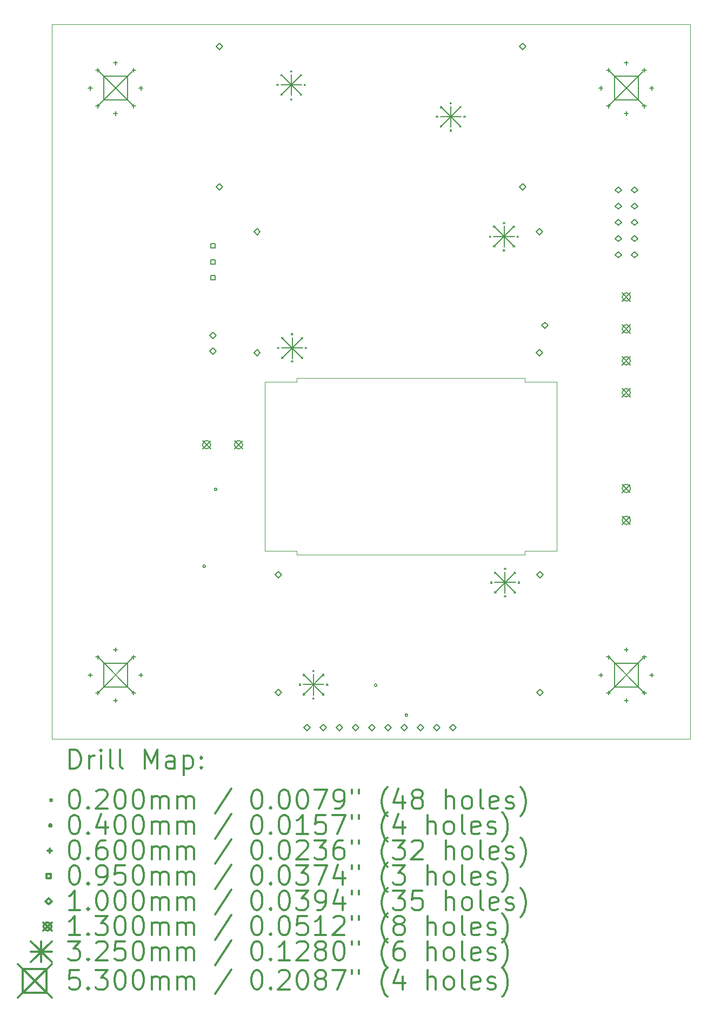
<source format=gbr>
%FSLAX45Y45*%
G04 Gerber Fmt 4.5, Leading zero omitted, Abs format (unit mm)*
G04 Created by KiCad (PCBNEW 5.1.10) date 2021-07-21 04:13:38*
%MOMM*%
%LPD*%
G01*
G04 APERTURE LIST*
%TA.AperFunction,Profile*%
%ADD10C,0.050000*%
%TD*%
%ADD11C,0.200000*%
%ADD12C,0.300000*%
G04 APERTURE END LIST*
D10*
X3800000Y-12800000D02*
X3825000Y-12800000D01*
X11750000Y-12800000D02*
X3825000Y-12800000D01*
X1750000Y-12800000D02*
X3800000Y-12800000D01*
X5087500Y-7205000D02*
X5587500Y-7205000D01*
X9162500Y-7205000D02*
X9662500Y-7205000D01*
X5587500Y-7142500D02*
X9162500Y-7142500D01*
X5587500Y-7205000D02*
X5587500Y-7142500D01*
X9662500Y-9855000D02*
X9662500Y-7205000D01*
X9162500Y-7205000D02*
X9162500Y-7142500D01*
X5087500Y-7205000D02*
X5087500Y-9855000D01*
X5587500Y-9855000D02*
X5087500Y-9855000D01*
X9162500Y-9917500D02*
X5587500Y-9917500D01*
X9662500Y-9855000D02*
X9162500Y-9855000D01*
X9162500Y-9855000D02*
X9162500Y-9917500D01*
X5587500Y-9855000D02*
X5587500Y-9917500D01*
X1750000Y-12800000D02*
X1750000Y-1600000D01*
X11750000Y-1600000D02*
X11750000Y-12800000D01*
X1750000Y-1600000D02*
X11750000Y-1600000D01*
D11*
X5275000Y-2540000D02*
X5295000Y-2560000D01*
X5295000Y-2540000D02*
X5275000Y-2560000D01*
X5290000Y-6660000D02*
X5310000Y-6680000D01*
X5310000Y-6660000D02*
X5290000Y-6680000D01*
X5337972Y-2387972D02*
X5357972Y-2407972D01*
X5357972Y-2387972D02*
X5337972Y-2407972D01*
X5337972Y-2692028D02*
X5357972Y-2712028D01*
X5357972Y-2692028D02*
X5337972Y-2712028D01*
X5352972Y-6507972D02*
X5372972Y-6527972D01*
X5372972Y-6507972D02*
X5352972Y-6527972D01*
X5352972Y-6812028D02*
X5372972Y-6832028D01*
X5372972Y-6812028D02*
X5352972Y-6832028D01*
X5490000Y-2325000D02*
X5510000Y-2345000D01*
X5510000Y-2325000D02*
X5490000Y-2345000D01*
X5490000Y-2765000D02*
X5510000Y-2785000D01*
X5510000Y-2765000D02*
X5490000Y-2785000D01*
X5505000Y-6445000D02*
X5525000Y-6465000D01*
X5525000Y-6445000D02*
X5505000Y-6465000D01*
X5505000Y-6875000D02*
X5525000Y-6895000D01*
X5525000Y-6875000D02*
X5505000Y-6895000D01*
X5625000Y-11940000D02*
X5645000Y-11960000D01*
X5645000Y-11940000D02*
X5625000Y-11960000D01*
X5642028Y-2387972D02*
X5662028Y-2407972D01*
X5662028Y-2387972D02*
X5642028Y-2407972D01*
X5642028Y-2692028D02*
X5662028Y-2712028D01*
X5662028Y-2692028D02*
X5642028Y-2712028D01*
X5657028Y-6507972D02*
X5677028Y-6527972D01*
X5677028Y-6507972D02*
X5657028Y-6527972D01*
X5657028Y-6812028D02*
X5677028Y-6832028D01*
X5677028Y-6812028D02*
X5657028Y-6832028D01*
X5687972Y-11787972D02*
X5707972Y-11807972D01*
X5707972Y-11787972D02*
X5687972Y-11807972D01*
X5687972Y-12092028D02*
X5707972Y-12112028D01*
X5707972Y-12092028D02*
X5687972Y-12112028D01*
X5705000Y-2540000D02*
X5725000Y-2560000D01*
X5725000Y-2540000D02*
X5705000Y-2560000D01*
X5720000Y-6660000D02*
X5740000Y-6680000D01*
X5740000Y-6660000D02*
X5720000Y-6680000D01*
X5840000Y-11725000D02*
X5860000Y-11745000D01*
X5860000Y-11725000D02*
X5840000Y-11745000D01*
X5840000Y-12155000D02*
X5860000Y-12175000D01*
X5860000Y-12155000D02*
X5840000Y-12175000D01*
X5992028Y-11787972D02*
X6012028Y-11807972D01*
X6012028Y-11787972D02*
X5992028Y-11807972D01*
X5992028Y-12092028D02*
X6012028Y-12112028D01*
X6012028Y-12092028D02*
X5992028Y-12112028D01*
X6055000Y-11940000D02*
X6075000Y-11960000D01*
X6075000Y-11940000D02*
X6055000Y-11960000D01*
X7775000Y-3040000D02*
X7795000Y-3060000D01*
X7795000Y-3040000D02*
X7775000Y-3060000D01*
X7837972Y-2890000D02*
X7857972Y-2910000D01*
X7857972Y-2890000D02*
X7837972Y-2910000D01*
X7837972Y-3190000D02*
X7857972Y-3210000D01*
X7857972Y-3190000D02*
X7837972Y-3210000D01*
X7990000Y-2825000D02*
X8010000Y-2845000D01*
X8010000Y-2825000D02*
X7990000Y-2845000D01*
X7990000Y-3255000D02*
X8010000Y-3275000D01*
X8010000Y-3255000D02*
X7990000Y-3275000D01*
X8142028Y-2887972D02*
X8162028Y-2907972D01*
X8162028Y-2887972D02*
X8142028Y-2907972D01*
X8142028Y-3192028D02*
X8162028Y-3212028D01*
X8162028Y-3192028D02*
X8142028Y-3212028D01*
X8205000Y-3040000D02*
X8225000Y-3060000D01*
X8225000Y-3040000D02*
X8205000Y-3060000D01*
X8610000Y-4920000D02*
X8630000Y-4940000D01*
X8630000Y-4920000D02*
X8610000Y-4940000D01*
X8625000Y-10340000D02*
X8645000Y-10360000D01*
X8645000Y-10340000D02*
X8625000Y-10360000D01*
X8672972Y-4767972D02*
X8692972Y-4787972D01*
X8692972Y-4767972D02*
X8672972Y-4787972D01*
X8672972Y-5072028D02*
X8692972Y-5092028D01*
X8692972Y-5072028D02*
X8672972Y-5092028D01*
X8687972Y-10187972D02*
X8707972Y-10207972D01*
X8707972Y-10187972D02*
X8687972Y-10207972D01*
X8687972Y-10492028D02*
X8707972Y-10512028D01*
X8707972Y-10492028D02*
X8687972Y-10512028D01*
X8825000Y-4705000D02*
X8845000Y-4725000D01*
X8845000Y-4705000D02*
X8825000Y-4725000D01*
X8825000Y-5135000D02*
X8845000Y-5155000D01*
X8845000Y-5135000D02*
X8825000Y-5155000D01*
X8840000Y-10125000D02*
X8860000Y-10145000D01*
X8860000Y-10125000D02*
X8840000Y-10145000D01*
X8840000Y-10555000D02*
X8860000Y-10575000D01*
X8860000Y-10555000D02*
X8840000Y-10575000D01*
X8977028Y-4767972D02*
X8997028Y-4787972D01*
X8997028Y-4767972D02*
X8977028Y-4787972D01*
X8977028Y-5072028D02*
X8997028Y-5092028D01*
X8997028Y-5072028D02*
X8977028Y-5092028D01*
X8992028Y-10187972D02*
X9012028Y-10207972D01*
X9012028Y-10187972D02*
X8992028Y-10207972D01*
X8992028Y-10492028D02*
X9012028Y-10512028D01*
X9012028Y-10492028D02*
X8992028Y-10512028D01*
X9040000Y-4920000D02*
X9060000Y-4940000D01*
X9060000Y-4920000D02*
X9040000Y-4940000D01*
X9055000Y-10340000D02*
X9075000Y-10360000D01*
X9075000Y-10340000D02*
X9055000Y-10360000D01*
X4157170Y-10096040D02*
G75*
G03*
X4157170Y-10096040I-20000J0D01*
G01*
X4335630Y-8891940D02*
G75*
G03*
X4335630Y-8891940I-20000J0D01*
G01*
X6843290Y-11960190D02*
G75*
G03*
X6843290Y-11960190I-20000J0D01*
G01*
X7323530Y-12428620D02*
G75*
G03*
X7323530Y-12428620I-20000J0D01*
G01*
X2352500Y-2570000D02*
X2352500Y-2630000D01*
X2322500Y-2600000D02*
X2382500Y-2600000D01*
X2352500Y-11770000D02*
X2352500Y-11830000D01*
X2322500Y-11800000D02*
X2382500Y-11800000D01*
X2468925Y-2288925D02*
X2468925Y-2348925D01*
X2438925Y-2318925D02*
X2498925Y-2318925D01*
X2468925Y-2851075D02*
X2468925Y-2911075D01*
X2438925Y-2881075D02*
X2498925Y-2881075D01*
X2468925Y-11488925D02*
X2468925Y-11548925D01*
X2438925Y-11518925D02*
X2498925Y-11518925D01*
X2468925Y-12051075D02*
X2468925Y-12111075D01*
X2438925Y-12081075D02*
X2498925Y-12081075D01*
X2750000Y-2172500D02*
X2750000Y-2232500D01*
X2720000Y-2202500D02*
X2780000Y-2202500D01*
X2750000Y-2967500D02*
X2750000Y-3027500D01*
X2720000Y-2997500D02*
X2780000Y-2997500D01*
X2750000Y-11372500D02*
X2750000Y-11432500D01*
X2720000Y-11402500D02*
X2780000Y-11402500D01*
X2750000Y-12167500D02*
X2750000Y-12227500D01*
X2720000Y-12197500D02*
X2780000Y-12197500D01*
X3031075Y-2288925D02*
X3031075Y-2348925D01*
X3001075Y-2318925D02*
X3061075Y-2318925D01*
X3031075Y-2851075D02*
X3031075Y-2911075D01*
X3001075Y-2881075D02*
X3061075Y-2881075D01*
X3031075Y-11488925D02*
X3031075Y-11548925D01*
X3001075Y-11518925D02*
X3061075Y-11518925D01*
X3031075Y-12051075D02*
X3031075Y-12111075D01*
X3001075Y-12081075D02*
X3061075Y-12081075D01*
X3147500Y-2570000D02*
X3147500Y-2630000D01*
X3117500Y-2600000D02*
X3177500Y-2600000D01*
X3147500Y-11770000D02*
X3147500Y-11830000D01*
X3117500Y-11800000D02*
X3177500Y-11800000D01*
X10352500Y-2570000D02*
X10352500Y-2630000D01*
X10322500Y-2600000D02*
X10382500Y-2600000D01*
X10352500Y-11770000D02*
X10352500Y-11830000D01*
X10322500Y-11800000D02*
X10382500Y-11800000D01*
X10468925Y-2288925D02*
X10468925Y-2348925D01*
X10438925Y-2318925D02*
X10498925Y-2318925D01*
X10468925Y-2851075D02*
X10468925Y-2911075D01*
X10438925Y-2881075D02*
X10498925Y-2881075D01*
X10468925Y-11488925D02*
X10468925Y-11548925D01*
X10438925Y-11518925D02*
X10498925Y-11518925D01*
X10468925Y-12051075D02*
X10468925Y-12111075D01*
X10438925Y-12081075D02*
X10498925Y-12081075D01*
X10750000Y-2172500D02*
X10750000Y-2232500D01*
X10720000Y-2202500D02*
X10780000Y-2202500D01*
X10750000Y-2967500D02*
X10750000Y-3027500D01*
X10720000Y-2997500D02*
X10780000Y-2997500D01*
X10750000Y-11372500D02*
X10750000Y-11432500D01*
X10720000Y-11402500D02*
X10780000Y-11402500D01*
X10750000Y-12167500D02*
X10750000Y-12227500D01*
X10720000Y-12197500D02*
X10780000Y-12197500D01*
X11031075Y-2288925D02*
X11031075Y-2348925D01*
X11001075Y-2318925D02*
X11061075Y-2318925D01*
X11031075Y-2851075D02*
X11031075Y-2911075D01*
X11001075Y-2881075D02*
X11061075Y-2881075D01*
X11031075Y-11488925D02*
X11031075Y-11548925D01*
X11001075Y-11518925D02*
X11061075Y-11518925D01*
X11031075Y-12051075D02*
X11031075Y-12111075D01*
X11001075Y-12081075D02*
X11061075Y-12081075D01*
X11147500Y-2570000D02*
X11147500Y-2630000D01*
X11117500Y-2600000D02*
X11177500Y-2600000D01*
X11147500Y-11770000D02*
X11147500Y-11830000D01*
X11117500Y-11800000D02*
X11177500Y-11800000D01*
X4308588Y-5108588D02*
X4308588Y-5041412D01*
X4241412Y-5041412D01*
X4241412Y-5108588D01*
X4308588Y-5108588D01*
X4308588Y-5358588D02*
X4308588Y-5291412D01*
X4241412Y-5291412D01*
X4241412Y-5358588D01*
X4308588Y-5358588D01*
X4308588Y-5608588D02*
X4308588Y-5541412D01*
X4241412Y-5541412D01*
X4241412Y-5608588D01*
X4308588Y-5608588D01*
X4275000Y-6525000D02*
X4325000Y-6475000D01*
X4275000Y-6425000D01*
X4225000Y-6475000D01*
X4275000Y-6525000D01*
X4275000Y-6775000D02*
X4325000Y-6725000D01*
X4275000Y-6675000D01*
X4225000Y-6725000D01*
X4275000Y-6775000D01*
X4375000Y-2000000D02*
X4425000Y-1950000D01*
X4375000Y-1900000D01*
X4325000Y-1950000D01*
X4375000Y-2000000D01*
X4375000Y-4200000D02*
X4425000Y-4150000D01*
X4375000Y-4100000D01*
X4325000Y-4150000D01*
X4375000Y-4200000D01*
X4965000Y-4900000D02*
X5015000Y-4850000D01*
X4965000Y-4800000D01*
X4915000Y-4850000D01*
X4965000Y-4900000D01*
X4965000Y-6800000D02*
X5015000Y-6750000D01*
X4965000Y-6700000D01*
X4915000Y-6750000D01*
X4965000Y-6800000D01*
X5300000Y-10275000D02*
X5350000Y-10225000D01*
X5300000Y-10175000D01*
X5250000Y-10225000D01*
X5300000Y-10275000D01*
X5300000Y-12125000D02*
X5350000Y-12075000D01*
X5300000Y-12025000D01*
X5250000Y-12075000D01*
X5300000Y-12125000D01*
X5750000Y-12675000D02*
X5800000Y-12625000D01*
X5750000Y-12575000D01*
X5700000Y-12625000D01*
X5750000Y-12675000D01*
X6004000Y-12675000D02*
X6054000Y-12625000D01*
X6004000Y-12575000D01*
X5954000Y-12625000D01*
X6004000Y-12675000D01*
X6258000Y-12675000D02*
X6308000Y-12625000D01*
X6258000Y-12575000D01*
X6208000Y-12625000D01*
X6258000Y-12675000D01*
X6512000Y-12675000D02*
X6562000Y-12625000D01*
X6512000Y-12575000D01*
X6462000Y-12625000D01*
X6512000Y-12675000D01*
X6766000Y-12675000D02*
X6816000Y-12625000D01*
X6766000Y-12575000D01*
X6716000Y-12625000D01*
X6766000Y-12675000D01*
X7020000Y-12675000D02*
X7070000Y-12625000D01*
X7020000Y-12575000D01*
X6970000Y-12625000D01*
X7020000Y-12675000D01*
X7274000Y-12675000D02*
X7324000Y-12625000D01*
X7274000Y-12575000D01*
X7224000Y-12625000D01*
X7274000Y-12675000D01*
X7528000Y-12675000D02*
X7578000Y-12625000D01*
X7528000Y-12575000D01*
X7478000Y-12625000D01*
X7528000Y-12675000D01*
X7782000Y-12675000D02*
X7832000Y-12625000D01*
X7782000Y-12575000D01*
X7732000Y-12625000D01*
X7782000Y-12675000D01*
X8036000Y-12675000D02*
X8086000Y-12625000D01*
X8036000Y-12575000D01*
X7986000Y-12625000D01*
X8036000Y-12675000D01*
X9125000Y-2000000D02*
X9175000Y-1950000D01*
X9125000Y-1900000D01*
X9075000Y-1950000D01*
X9125000Y-2000000D01*
X9125000Y-4200000D02*
X9175000Y-4150000D01*
X9125000Y-4100000D01*
X9075000Y-4150000D01*
X9125000Y-4200000D01*
X9385000Y-4900000D02*
X9435000Y-4850000D01*
X9385000Y-4800000D01*
X9335000Y-4850000D01*
X9385000Y-4900000D01*
X9385000Y-6800000D02*
X9435000Y-6750000D01*
X9385000Y-6700000D01*
X9335000Y-6750000D01*
X9385000Y-6800000D01*
X9400000Y-10275000D02*
X9450000Y-10225000D01*
X9400000Y-10175000D01*
X9350000Y-10225000D01*
X9400000Y-10275000D01*
X9400000Y-12125000D02*
X9450000Y-12075000D01*
X9400000Y-12025000D01*
X9350000Y-12075000D01*
X9400000Y-12125000D01*
X9475000Y-6370000D02*
X9525000Y-6320000D01*
X9475000Y-6270000D01*
X9425000Y-6320000D01*
X9475000Y-6370000D01*
X10625000Y-4246000D02*
X10675000Y-4196000D01*
X10625000Y-4146000D01*
X10575000Y-4196000D01*
X10625000Y-4246000D01*
X10625000Y-4500000D02*
X10675000Y-4450000D01*
X10625000Y-4400000D01*
X10575000Y-4450000D01*
X10625000Y-4500000D01*
X10625000Y-4754000D02*
X10675000Y-4704000D01*
X10625000Y-4654000D01*
X10575000Y-4704000D01*
X10625000Y-4754000D01*
X10625000Y-5008000D02*
X10675000Y-4958000D01*
X10625000Y-4908000D01*
X10575000Y-4958000D01*
X10625000Y-5008000D01*
X10625000Y-5262000D02*
X10675000Y-5212000D01*
X10625000Y-5162000D01*
X10575000Y-5212000D01*
X10625000Y-5262000D01*
X10879000Y-4246000D02*
X10929000Y-4196000D01*
X10879000Y-4146000D01*
X10829000Y-4196000D01*
X10879000Y-4246000D01*
X10879000Y-4500000D02*
X10929000Y-4450000D01*
X10879000Y-4400000D01*
X10829000Y-4450000D01*
X10879000Y-4500000D01*
X10879000Y-4754000D02*
X10929000Y-4704000D01*
X10879000Y-4654000D01*
X10829000Y-4704000D01*
X10879000Y-4754000D01*
X10879000Y-5008000D02*
X10929000Y-4958000D01*
X10879000Y-4908000D01*
X10829000Y-4958000D01*
X10879000Y-5008000D01*
X10879000Y-5262000D02*
X10929000Y-5212000D01*
X10879000Y-5162000D01*
X10829000Y-5212000D01*
X10879000Y-5262000D01*
X4110000Y-8125000D02*
X4240000Y-8255000D01*
X4240000Y-8125000D02*
X4110000Y-8255000D01*
X4240000Y-8190000D02*
G75*
G03*
X4240000Y-8190000I-65000J0D01*
G01*
X4610000Y-8125000D02*
X4740000Y-8255000D01*
X4740000Y-8125000D02*
X4610000Y-8255000D01*
X4740000Y-8190000D02*
G75*
G03*
X4740000Y-8190000I-65000J0D01*
G01*
X10685000Y-5810000D02*
X10815000Y-5940000D01*
X10815000Y-5810000D02*
X10685000Y-5940000D01*
X10815000Y-5875000D02*
G75*
G03*
X10815000Y-5875000I-65000J0D01*
G01*
X10685000Y-6310000D02*
X10815000Y-6440000D01*
X10815000Y-6310000D02*
X10685000Y-6440000D01*
X10815000Y-6375000D02*
G75*
G03*
X10815000Y-6375000I-65000J0D01*
G01*
X10685000Y-6810000D02*
X10815000Y-6940000D01*
X10815000Y-6810000D02*
X10685000Y-6940000D01*
X10815000Y-6875000D02*
G75*
G03*
X10815000Y-6875000I-65000J0D01*
G01*
X10685000Y-7310000D02*
X10815000Y-7440000D01*
X10815000Y-7310000D02*
X10685000Y-7440000D01*
X10815000Y-7375000D02*
G75*
G03*
X10815000Y-7375000I-65000J0D01*
G01*
X10685000Y-8810000D02*
X10815000Y-8940000D01*
X10815000Y-8810000D02*
X10685000Y-8940000D01*
X10815000Y-8875000D02*
G75*
G03*
X10815000Y-8875000I-65000J0D01*
G01*
X10685000Y-9310000D02*
X10815000Y-9440000D01*
X10815000Y-9310000D02*
X10685000Y-9440000D01*
X10815000Y-9375000D02*
G75*
G03*
X10815000Y-9375000I-65000J0D01*
G01*
X5337500Y-2387500D02*
X5662500Y-2712500D01*
X5662500Y-2387500D02*
X5337500Y-2712500D01*
X5500000Y-2387500D02*
X5500000Y-2712500D01*
X5337500Y-2550000D02*
X5662500Y-2550000D01*
X5352500Y-6512500D02*
X5677500Y-6837500D01*
X5677500Y-6512500D02*
X5352500Y-6837500D01*
X5515000Y-6512500D02*
X5515000Y-6837500D01*
X5352500Y-6675000D02*
X5677500Y-6675000D01*
X5687500Y-11787500D02*
X6012500Y-12112500D01*
X6012500Y-11787500D02*
X5687500Y-12112500D01*
X5850000Y-11787500D02*
X5850000Y-12112500D01*
X5687500Y-11950000D02*
X6012500Y-11950000D01*
X7837500Y-2887500D02*
X8162500Y-3212500D01*
X8162500Y-2887500D02*
X7837500Y-3212500D01*
X8000000Y-2887500D02*
X8000000Y-3212500D01*
X7837500Y-3050000D02*
X8162500Y-3050000D01*
X8672500Y-4762500D02*
X8997500Y-5087500D01*
X8997500Y-4762500D02*
X8672500Y-5087500D01*
X8835000Y-4762500D02*
X8835000Y-5087500D01*
X8672500Y-4925000D02*
X8997500Y-4925000D01*
X8687500Y-10187500D02*
X9012500Y-10512500D01*
X9012500Y-10187500D02*
X8687500Y-10512500D01*
X8850000Y-10187500D02*
X8850000Y-10512500D01*
X8687500Y-10350000D02*
X9012500Y-10350000D01*
X2485000Y-2335000D02*
X3015000Y-2865000D01*
X3015000Y-2335000D02*
X2485000Y-2865000D01*
X2937385Y-2787385D02*
X2937385Y-2412615D01*
X2562615Y-2412615D01*
X2562615Y-2787385D01*
X2937385Y-2787385D01*
X2485000Y-11535000D02*
X3015000Y-12065000D01*
X3015000Y-11535000D02*
X2485000Y-12065000D01*
X2937385Y-11987385D02*
X2937385Y-11612615D01*
X2562615Y-11612615D01*
X2562615Y-11987385D01*
X2937385Y-11987385D01*
X10485000Y-2335000D02*
X11015000Y-2865000D01*
X11015000Y-2335000D02*
X10485000Y-2865000D01*
X10937385Y-2787385D02*
X10937385Y-2412615D01*
X10562615Y-2412615D01*
X10562615Y-2787385D01*
X10937385Y-2787385D01*
X10485000Y-11535000D02*
X11015000Y-12065000D01*
X11015000Y-11535000D02*
X10485000Y-12065000D01*
X10937385Y-11987385D02*
X10937385Y-11612615D01*
X10562615Y-11612615D01*
X10562615Y-11987385D01*
X10937385Y-11987385D01*
D12*
X2033928Y-13268214D02*
X2033928Y-12968214D01*
X2105357Y-12968214D01*
X2148214Y-12982500D01*
X2176786Y-13011071D01*
X2191071Y-13039643D01*
X2205357Y-13096786D01*
X2205357Y-13139643D01*
X2191071Y-13196786D01*
X2176786Y-13225357D01*
X2148214Y-13253929D01*
X2105357Y-13268214D01*
X2033928Y-13268214D01*
X2333928Y-13268214D02*
X2333928Y-13068214D01*
X2333928Y-13125357D02*
X2348214Y-13096786D01*
X2362500Y-13082500D01*
X2391071Y-13068214D01*
X2419643Y-13068214D01*
X2519643Y-13268214D02*
X2519643Y-13068214D01*
X2519643Y-12968214D02*
X2505357Y-12982500D01*
X2519643Y-12996786D01*
X2533928Y-12982500D01*
X2519643Y-12968214D01*
X2519643Y-12996786D01*
X2705357Y-13268214D02*
X2676786Y-13253929D01*
X2662500Y-13225357D01*
X2662500Y-12968214D01*
X2862500Y-13268214D02*
X2833928Y-13253929D01*
X2819643Y-13225357D01*
X2819643Y-12968214D01*
X3205357Y-13268214D02*
X3205357Y-12968214D01*
X3305357Y-13182500D01*
X3405357Y-12968214D01*
X3405357Y-13268214D01*
X3676786Y-13268214D02*
X3676786Y-13111071D01*
X3662500Y-13082500D01*
X3633928Y-13068214D01*
X3576786Y-13068214D01*
X3548214Y-13082500D01*
X3676786Y-13253929D02*
X3648214Y-13268214D01*
X3576786Y-13268214D01*
X3548214Y-13253929D01*
X3533928Y-13225357D01*
X3533928Y-13196786D01*
X3548214Y-13168214D01*
X3576786Y-13153929D01*
X3648214Y-13153929D01*
X3676786Y-13139643D01*
X3819643Y-13068214D02*
X3819643Y-13368214D01*
X3819643Y-13082500D02*
X3848214Y-13068214D01*
X3905357Y-13068214D01*
X3933928Y-13082500D01*
X3948214Y-13096786D01*
X3962500Y-13125357D01*
X3962500Y-13211071D01*
X3948214Y-13239643D01*
X3933928Y-13253929D01*
X3905357Y-13268214D01*
X3848214Y-13268214D01*
X3819643Y-13253929D01*
X4091071Y-13239643D02*
X4105357Y-13253929D01*
X4091071Y-13268214D01*
X4076786Y-13253929D01*
X4091071Y-13239643D01*
X4091071Y-13268214D01*
X4091071Y-13082500D02*
X4105357Y-13096786D01*
X4091071Y-13111071D01*
X4076786Y-13096786D01*
X4091071Y-13082500D01*
X4091071Y-13111071D01*
X1727500Y-13752500D02*
X1747500Y-13772500D01*
X1747500Y-13752500D02*
X1727500Y-13772500D01*
X2091071Y-13598214D02*
X2119643Y-13598214D01*
X2148214Y-13612500D01*
X2162500Y-13626786D01*
X2176786Y-13655357D01*
X2191071Y-13712500D01*
X2191071Y-13783929D01*
X2176786Y-13841071D01*
X2162500Y-13869643D01*
X2148214Y-13883929D01*
X2119643Y-13898214D01*
X2091071Y-13898214D01*
X2062500Y-13883929D01*
X2048214Y-13869643D01*
X2033928Y-13841071D01*
X2019643Y-13783929D01*
X2019643Y-13712500D01*
X2033928Y-13655357D01*
X2048214Y-13626786D01*
X2062500Y-13612500D01*
X2091071Y-13598214D01*
X2319643Y-13869643D02*
X2333928Y-13883929D01*
X2319643Y-13898214D01*
X2305357Y-13883929D01*
X2319643Y-13869643D01*
X2319643Y-13898214D01*
X2448214Y-13626786D02*
X2462500Y-13612500D01*
X2491071Y-13598214D01*
X2562500Y-13598214D01*
X2591071Y-13612500D01*
X2605357Y-13626786D01*
X2619643Y-13655357D01*
X2619643Y-13683929D01*
X2605357Y-13726786D01*
X2433928Y-13898214D01*
X2619643Y-13898214D01*
X2805357Y-13598214D02*
X2833928Y-13598214D01*
X2862500Y-13612500D01*
X2876786Y-13626786D01*
X2891071Y-13655357D01*
X2905357Y-13712500D01*
X2905357Y-13783929D01*
X2891071Y-13841071D01*
X2876786Y-13869643D01*
X2862500Y-13883929D01*
X2833928Y-13898214D01*
X2805357Y-13898214D01*
X2776786Y-13883929D01*
X2762500Y-13869643D01*
X2748214Y-13841071D01*
X2733928Y-13783929D01*
X2733928Y-13712500D01*
X2748214Y-13655357D01*
X2762500Y-13626786D01*
X2776786Y-13612500D01*
X2805357Y-13598214D01*
X3091071Y-13598214D02*
X3119643Y-13598214D01*
X3148214Y-13612500D01*
X3162500Y-13626786D01*
X3176786Y-13655357D01*
X3191071Y-13712500D01*
X3191071Y-13783929D01*
X3176786Y-13841071D01*
X3162500Y-13869643D01*
X3148214Y-13883929D01*
X3119643Y-13898214D01*
X3091071Y-13898214D01*
X3062500Y-13883929D01*
X3048214Y-13869643D01*
X3033928Y-13841071D01*
X3019643Y-13783929D01*
X3019643Y-13712500D01*
X3033928Y-13655357D01*
X3048214Y-13626786D01*
X3062500Y-13612500D01*
X3091071Y-13598214D01*
X3319643Y-13898214D02*
X3319643Y-13698214D01*
X3319643Y-13726786D02*
X3333928Y-13712500D01*
X3362500Y-13698214D01*
X3405357Y-13698214D01*
X3433928Y-13712500D01*
X3448214Y-13741071D01*
X3448214Y-13898214D01*
X3448214Y-13741071D02*
X3462500Y-13712500D01*
X3491071Y-13698214D01*
X3533928Y-13698214D01*
X3562500Y-13712500D01*
X3576786Y-13741071D01*
X3576786Y-13898214D01*
X3719643Y-13898214D02*
X3719643Y-13698214D01*
X3719643Y-13726786D02*
X3733928Y-13712500D01*
X3762500Y-13698214D01*
X3805357Y-13698214D01*
X3833928Y-13712500D01*
X3848214Y-13741071D01*
X3848214Y-13898214D01*
X3848214Y-13741071D02*
X3862500Y-13712500D01*
X3891071Y-13698214D01*
X3933928Y-13698214D01*
X3962500Y-13712500D01*
X3976786Y-13741071D01*
X3976786Y-13898214D01*
X4562500Y-13583929D02*
X4305357Y-13969643D01*
X4948214Y-13598214D02*
X4976786Y-13598214D01*
X5005357Y-13612500D01*
X5019643Y-13626786D01*
X5033928Y-13655357D01*
X5048214Y-13712500D01*
X5048214Y-13783929D01*
X5033928Y-13841071D01*
X5019643Y-13869643D01*
X5005357Y-13883929D01*
X4976786Y-13898214D01*
X4948214Y-13898214D01*
X4919643Y-13883929D01*
X4905357Y-13869643D01*
X4891071Y-13841071D01*
X4876786Y-13783929D01*
X4876786Y-13712500D01*
X4891071Y-13655357D01*
X4905357Y-13626786D01*
X4919643Y-13612500D01*
X4948214Y-13598214D01*
X5176786Y-13869643D02*
X5191071Y-13883929D01*
X5176786Y-13898214D01*
X5162500Y-13883929D01*
X5176786Y-13869643D01*
X5176786Y-13898214D01*
X5376786Y-13598214D02*
X5405357Y-13598214D01*
X5433928Y-13612500D01*
X5448214Y-13626786D01*
X5462500Y-13655357D01*
X5476786Y-13712500D01*
X5476786Y-13783929D01*
X5462500Y-13841071D01*
X5448214Y-13869643D01*
X5433928Y-13883929D01*
X5405357Y-13898214D01*
X5376786Y-13898214D01*
X5348214Y-13883929D01*
X5333928Y-13869643D01*
X5319643Y-13841071D01*
X5305357Y-13783929D01*
X5305357Y-13712500D01*
X5319643Y-13655357D01*
X5333928Y-13626786D01*
X5348214Y-13612500D01*
X5376786Y-13598214D01*
X5662500Y-13598214D02*
X5691071Y-13598214D01*
X5719643Y-13612500D01*
X5733928Y-13626786D01*
X5748214Y-13655357D01*
X5762500Y-13712500D01*
X5762500Y-13783929D01*
X5748214Y-13841071D01*
X5733928Y-13869643D01*
X5719643Y-13883929D01*
X5691071Y-13898214D01*
X5662500Y-13898214D01*
X5633928Y-13883929D01*
X5619643Y-13869643D01*
X5605357Y-13841071D01*
X5591071Y-13783929D01*
X5591071Y-13712500D01*
X5605357Y-13655357D01*
X5619643Y-13626786D01*
X5633928Y-13612500D01*
X5662500Y-13598214D01*
X5862500Y-13598214D02*
X6062500Y-13598214D01*
X5933928Y-13898214D01*
X6191071Y-13898214D02*
X6248214Y-13898214D01*
X6276786Y-13883929D01*
X6291071Y-13869643D01*
X6319643Y-13826786D01*
X6333928Y-13769643D01*
X6333928Y-13655357D01*
X6319643Y-13626786D01*
X6305357Y-13612500D01*
X6276786Y-13598214D01*
X6219643Y-13598214D01*
X6191071Y-13612500D01*
X6176786Y-13626786D01*
X6162500Y-13655357D01*
X6162500Y-13726786D01*
X6176786Y-13755357D01*
X6191071Y-13769643D01*
X6219643Y-13783929D01*
X6276786Y-13783929D01*
X6305357Y-13769643D01*
X6319643Y-13755357D01*
X6333928Y-13726786D01*
X6448214Y-13598214D02*
X6448214Y-13655357D01*
X6562500Y-13598214D02*
X6562500Y-13655357D01*
X7005357Y-14012500D02*
X6991071Y-13998214D01*
X6962500Y-13955357D01*
X6948214Y-13926786D01*
X6933928Y-13883929D01*
X6919643Y-13812500D01*
X6919643Y-13755357D01*
X6933928Y-13683929D01*
X6948214Y-13641071D01*
X6962500Y-13612500D01*
X6991071Y-13569643D01*
X7005357Y-13555357D01*
X7248214Y-13698214D02*
X7248214Y-13898214D01*
X7176786Y-13583929D02*
X7105357Y-13798214D01*
X7291071Y-13798214D01*
X7448214Y-13726786D02*
X7419643Y-13712500D01*
X7405357Y-13698214D01*
X7391071Y-13669643D01*
X7391071Y-13655357D01*
X7405357Y-13626786D01*
X7419643Y-13612500D01*
X7448214Y-13598214D01*
X7505357Y-13598214D01*
X7533928Y-13612500D01*
X7548214Y-13626786D01*
X7562500Y-13655357D01*
X7562500Y-13669643D01*
X7548214Y-13698214D01*
X7533928Y-13712500D01*
X7505357Y-13726786D01*
X7448214Y-13726786D01*
X7419643Y-13741071D01*
X7405357Y-13755357D01*
X7391071Y-13783929D01*
X7391071Y-13841071D01*
X7405357Y-13869643D01*
X7419643Y-13883929D01*
X7448214Y-13898214D01*
X7505357Y-13898214D01*
X7533928Y-13883929D01*
X7548214Y-13869643D01*
X7562500Y-13841071D01*
X7562500Y-13783929D01*
X7548214Y-13755357D01*
X7533928Y-13741071D01*
X7505357Y-13726786D01*
X7919643Y-13898214D02*
X7919643Y-13598214D01*
X8048214Y-13898214D02*
X8048214Y-13741071D01*
X8033928Y-13712500D01*
X8005357Y-13698214D01*
X7962500Y-13698214D01*
X7933928Y-13712500D01*
X7919643Y-13726786D01*
X8233928Y-13898214D02*
X8205357Y-13883929D01*
X8191071Y-13869643D01*
X8176786Y-13841071D01*
X8176786Y-13755357D01*
X8191071Y-13726786D01*
X8205357Y-13712500D01*
X8233928Y-13698214D01*
X8276786Y-13698214D01*
X8305357Y-13712500D01*
X8319643Y-13726786D01*
X8333928Y-13755357D01*
X8333928Y-13841071D01*
X8319643Y-13869643D01*
X8305357Y-13883929D01*
X8276786Y-13898214D01*
X8233928Y-13898214D01*
X8505357Y-13898214D02*
X8476786Y-13883929D01*
X8462500Y-13855357D01*
X8462500Y-13598214D01*
X8733928Y-13883929D02*
X8705357Y-13898214D01*
X8648214Y-13898214D01*
X8619643Y-13883929D01*
X8605357Y-13855357D01*
X8605357Y-13741071D01*
X8619643Y-13712500D01*
X8648214Y-13698214D01*
X8705357Y-13698214D01*
X8733928Y-13712500D01*
X8748214Y-13741071D01*
X8748214Y-13769643D01*
X8605357Y-13798214D01*
X8862500Y-13883929D02*
X8891071Y-13898214D01*
X8948214Y-13898214D01*
X8976786Y-13883929D01*
X8991071Y-13855357D01*
X8991071Y-13841071D01*
X8976786Y-13812500D01*
X8948214Y-13798214D01*
X8905357Y-13798214D01*
X8876786Y-13783929D01*
X8862500Y-13755357D01*
X8862500Y-13741071D01*
X8876786Y-13712500D01*
X8905357Y-13698214D01*
X8948214Y-13698214D01*
X8976786Y-13712500D01*
X9091071Y-14012500D02*
X9105357Y-13998214D01*
X9133928Y-13955357D01*
X9148214Y-13926786D01*
X9162500Y-13883929D01*
X9176786Y-13812500D01*
X9176786Y-13755357D01*
X9162500Y-13683929D01*
X9148214Y-13641071D01*
X9133928Y-13612500D01*
X9105357Y-13569643D01*
X9091071Y-13555357D01*
X1747500Y-14158500D02*
G75*
G03*
X1747500Y-14158500I-20000J0D01*
G01*
X2091071Y-13994214D02*
X2119643Y-13994214D01*
X2148214Y-14008500D01*
X2162500Y-14022786D01*
X2176786Y-14051357D01*
X2191071Y-14108500D01*
X2191071Y-14179929D01*
X2176786Y-14237071D01*
X2162500Y-14265643D01*
X2148214Y-14279929D01*
X2119643Y-14294214D01*
X2091071Y-14294214D01*
X2062500Y-14279929D01*
X2048214Y-14265643D01*
X2033928Y-14237071D01*
X2019643Y-14179929D01*
X2019643Y-14108500D01*
X2033928Y-14051357D01*
X2048214Y-14022786D01*
X2062500Y-14008500D01*
X2091071Y-13994214D01*
X2319643Y-14265643D02*
X2333928Y-14279929D01*
X2319643Y-14294214D01*
X2305357Y-14279929D01*
X2319643Y-14265643D01*
X2319643Y-14294214D01*
X2591071Y-14094214D02*
X2591071Y-14294214D01*
X2519643Y-13979929D02*
X2448214Y-14194214D01*
X2633928Y-14194214D01*
X2805357Y-13994214D02*
X2833928Y-13994214D01*
X2862500Y-14008500D01*
X2876786Y-14022786D01*
X2891071Y-14051357D01*
X2905357Y-14108500D01*
X2905357Y-14179929D01*
X2891071Y-14237071D01*
X2876786Y-14265643D01*
X2862500Y-14279929D01*
X2833928Y-14294214D01*
X2805357Y-14294214D01*
X2776786Y-14279929D01*
X2762500Y-14265643D01*
X2748214Y-14237071D01*
X2733928Y-14179929D01*
X2733928Y-14108500D01*
X2748214Y-14051357D01*
X2762500Y-14022786D01*
X2776786Y-14008500D01*
X2805357Y-13994214D01*
X3091071Y-13994214D02*
X3119643Y-13994214D01*
X3148214Y-14008500D01*
X3162500Y-14022786D01*
X3176786Y-14051357D01*
X3191071Y-14108500D01*
X3191071Y-14179929D01*
X3176786Y-14237071D01*
X3162500Y-14265643D01*
X3148214Y-14279929D01*
X3119643Y-14294214D01*
X3091071Y-14294214D01*
X3062500Y-14279929D01*
X3048214Y-14265643D01*
X3033928Y-14237071D01*
X3019643Y-14179929D01*
X3019643Y-14108500D01*
X3033928Y-14051357D01*
X3048214Y-14022786D01*
X3062500Y-14008500D01*
X3091071Y-13994214D01*
X3319643Y-14294214D02*
X3319643Y-14094214D01*
X3319643Y-14122786D02*
X3333928Y-14108500D01*
X3362500Y-14094214D01*
X3405357Y-14094214D01*
X3433928Y-14108500D01*
X3448214Y-14137071D01*
X3448214Y-14294214D01*
X3448214Y-14137071D02*
X3462500Y-14108500D01*
X3491071Y-14094214D01*
X3533928Y-14094214D01*
X3562500Y-14108500D01*
X3576786Y-14137071D01*
X3576786Y-14294214D01*
X3719643Y-14294214D02*
X3719643Y-14094214D01*
X3719643Y-14122786D02*
X3733928Y-14108500D01*
X3762500Y-14094214D01*
X3805357Y-14094214D01*
X3833928Y-14108500D01*
X3848214Y-14137071D01*
X3848214Y-14294214D01*
X3848214Y-14137071D02*
X3862500Y-14108500D01*
X3891071Y-14094214D01*
X3933928Y-14094214D01*
X3962500Y-14108500D01*
X3976786Y-14137071D01*
X3976786Y-14294214D01*
X4562500Y-13979929D02*
X4305357Y-14365643D01*
X4948214Y-13994214D02*
X4976786Y-13994214D01*
X5005357Y-14008500D01*
X5019643Y-14022786D01*
X5033928Y-14051357D01*
X5048214Y-14108500D01*
X5048214Y-14179929D01*
X5033928Y-14237071D01*
X5019643Y-14265643D01*
X5005357Y-14279929D01*
X4976786Y-14294214D01*
X4948214Y-14294214D01*
X4919643Y-14279929D01*
X4905357Y-14265643D01*
X4891071Y-14237071D01*
X4876786Y-14179929D01*
X4876786Y-14108500D01*
X4891071Y-14051357D01*
X4905357Y-14022786D01*
X4919643Y-14008500D01*
X4948214Y-13994214D01*
X5176786Y-14265643D02*
X5191071Y-14279929D01*
X5176786Y-14294214D01*
X5162500Y-14279929D01*
X5176786Y-14265643D01*
X5176786Y-14294214D01*
X5376786Y-13994214D02*
X5405357Y-13994214D01*
X5433928Y-14008500D01*
X5448214Y-14022786D01*
X5462500Y-14051357D01*
X5476786Y-14108500D01*
X5476786Y-14179929D01*
X5462500Y-14237071D01*
X5448214Y-14265643D01*
X5433928Y-14279929D01*
X5405357Y-14294214D01*
X5376786Y-14294214D01*
X5348214Y-14279929D01*
X5333928Y-14265643D01*
X5319643Y-14237071D01*
X5305357Y-14179929D01*
X5305357Y-14108500D01*
X5319643Y-14051357D01*
X5333928Y-14022786D01*
X5348214Y-14008500D01*
X5376786Y-13994214D01*
X5762500Y-14294214D02*
X5591071Y-14294214D01*
X5676786Y-14294214D02*
X5676786Y-13994214D01*
X5648214Y-14037071D01*
X5619643Y-14065643D01*
X5591071Y-14079929D01*
X6033928Y-13994214D02*
X5891071Y-13994214D01*
X5876786Y-14137071D01*
X5891071Y-14122786D01*
X5919643Y-14108500D01*
X5991071Y-14108500D01*
X6019643Y-14122786D01*
X6033928Y-14137071D01*
X6048214Y-14165643D01*
X6048214Y-14237071D01*
X6033928Y-14265643D01*
X6019643Y-14279929D01*
X5991071Y-14294214D01*
X5919643Y-14294214D01*
X5891071Y-14279929D01*
X5876786Y-14265643D01*
X6148214Y-13994214D02*
X6348214Y-13994214D01*
X6219643Y-14294214D01*
X6448214Y-13994214D02*
X6448214Y-14051357D01*
X6562500Y-13994214D02*
X6562500Y-14051357D01*
X7005357Y-14408500D02*
X6991071Y-14394214D01*
X6962500Y-14351357D01*
X6948214Y-14322786D01*
X6933928Y-14279929D01*
X6919643Y-14208500D01*
X6919643Y-14151357D01*
X6933928Y-14079929D01*
X6948214Y-14037071D01*
X6962500Y-14008500D01*
X6991071Y-13965643D01*
X7005357Y-13951357D01*
X7248214Y-14094214D02*
X7248214Y-14294214D01*
X7176786Y-13979929D02*
X7105357Y-14194214D01*
X7291071Y-14194214D01*
X7633928Y-14294214D02*
X7633928Y-13994214D01*
X7762500Y-14294214D02*
X7762500Y-14137071D01*
X7748214Y-14108500D01*
X7719643Y-14094214D01*
X7676786Y-14094214D01*
X7648214Y-14108500D01*
X7633928Y-14122786D01*
X7948214Y-14294214D02*
X7919643Y-14279929D01*
X7905357Y-14265643D01*
X7891071Y-14237071D01*
X7891071Y-14151357D01*
X7905357Y-14122786D01*
X7919643Y-14108500D01*
X7948214Y-14094214D01*
X7991071Y-14094214D01*
X8019643Y-14108500D01*
X8033928Y-14122786D01*
X8048214Y-14151357D01*
X8048214Y-14237071D01*
X8033928Y-14265643D01*
X8019643Y-14279929D01*
X7991071Y-14294214D01*
X7948214Y-14294214D01*
X8219643Y-14294214D02*
X8191071Y-14279929D01*
X8176786Y-14251357D01*
X8176786Y-13994214D01*
X8448214Y-14279929D02*
X8419643Y-14294214D01*
X8362500Y-14294214D01*
X8333928Y-14279929D01*
X8319643Y-14251357D01*
X8319643Y-14137071D01*
X8333928Y-14108500D01*
X8362500Y-14094214D01*
X8419643Y-14094214D01*
X8448214Y-14108500D01*
X8462500Y-14137071D01*
X8462500Y-14165643D01*
X8319643Y-14194214D01*
X8576786Y-14279929D02*
X8605357Y-14294214D01*
X8662500Y-14294214D01*
X8691071Y-14279929D01*
X8705357Y-14251357D01*
X8705357Y-14237071D01*
X8691071Y-14208500D01*
X8662500Y-14194214D01*
X8619643Y-14194214D01*
X8591071Y-14179929D01*
X8576786Y-14151357D01*
X8576786Y-14137071D01*
X8591071Y-14108500D01*
X8619643Y-14094214D01*
X8662500Y-14094214D01*
X8691071Y-14108500D01*
X8805357Y-14408500D02*
X8819643Y-14394214D01*
X8848214Y-14351357D01*
X8862500Y-14322786D01*
X8876786Y-14279929D01*
X8891071Y-14208500D01*
X8891071Y-14151357D01*
X8876786Y-14079929D01*
X8862500Y-14037071D01*
X8848214Y-14008500D01*
X8819643Y-13965643D01*
X8805357Y-13951357D01*
X1717500Y-14524500D02*
X1717500Y-14584500D01*
X1687500Y-14554500D02*
X1747500Y-14554500D01*
X2091071Y-14390214D02*
X2119643Y-14390214D01*
X2148214Y-14404500D01*
X2162500Y-14418786D01*
X2176786Y-14447357D01*
X2191071Y-14504500D01*
X2191071Y-14575929D01*
X2176786Y-14633071D01*
X2162500Y-14661643D01*
X2148214Y-14675929D01*
X2119643Y-14690214D01*
X2091071Y-14690214D01*
X2062500Y-14675929D01*
X2048214Y-14661643D01*
X2033928Y-14633071D01*
X2019643Y-14575929D01*
X2019643Y-14504500D01*
X2033928Y-14447357D01*
X2048214Y-14418786D01*
X2062500Y-14404500D01*
X2091071Y-14390214D01*
X2319643Y-14661643D02*
X2333928Y-14675929D01*
X2319643Y-14690214D01*
X2305357Y-14675929D01*
X2319643Y-14661643D01*
X2319643Y-14690214D01*
X2591071Y-14390214D02*
X2533928Y-14390214D01*
X2505357Y-14404500D01*
X2491071Y-14418786D01*
X2462500Y-14461643D01*
X2448214Y-14518786D01*
X2448214Y-14633071D01*
X2462500Y-14661643D01*
X2476786Y-14675929D01*
X2505357Y-14690214D01*
X2562500Y-14690214D01*
X2591071Y-14675929D01*
X2605357Y-14661643D01*
X2619643Y-14633071D01*
X2619643Y-14561643D01*
X2605357Y-14533071D01*
X2591071Y-14518786D01*
X2562500Y-14504500D01*
X2505357Y-14504500D01*
X2476786Y-14518786D01*
X2462500Y-14533071D01*
X2448214Y-14561643D01*
X2805357Y-14390214D02*
X2833928Y-14390214D01*
X2862500Y-14404500D01*
X2876786Y-14418786D01*
X2891071Y-14447357D01*
X2905357Y-14504500D01*
X2905357Y-14575929D01*
X2891071Y-14633071D01*
X2876786Y-14661643D01*
X2862500Y-14675929D01*
X2833928Y-14690214D01*
X2805357Y-14690214D01*
X2776786Y-14675929D01*
X2762500Y-14661643D01*
X2748214Y-14633071D01*
X2733928Y-14575929D01*
X2733928Y-14504500D01*
X2748214Y-14447357D01*
X2762500Y-14418786D01*
X2776786Y-14404500D01*
X2805357Y-14390214D01*
X3091071Y-14390214D02*
X3119643Y-14390214D01*
X3148214Y-14404500D01*
X3162500Y-14418786D01*
X3176786Y-14447357D01*
X3191071Y-14504500D01*
X3191071Y-14575929D01*
X3176786Y-14633071D01*
X3162500Y-14661643D01*
X3148214Y-14675929D01*
X3119643Y-14690214D01*
X3091071Y-14690214D01*
X3062500Y-14675929D01*
X3048214Y-14661643D01*
X3033928Y-14633071D01*
X3019643Y-14575929D01*
X3019643Y-14504500D01*
X3033928Y-14447357D01*
X3048214Y-14418786D01*
X3062500Y-14404500D01*
X3091071Y-14390214D01*
X3319643Y-14690214D02*
X3319643Y-14490214D01*
X3319643Y-14518786D02*
X3333928Y-14504500D01*
X3362500Y-14490214D01*
X3405357Y-14490214D01*
X3433928Y-14504500D01*
X3448214Y-14533071D01*
X3448214Y-14690214D01*
X3448214Y-14533071D02*
X3462500Y-14504500D01*
X3491071Y-14490214D01*
X3533928Y-14490214D01*
X3562500Y-14504500D01*
X3576786Y-14533071D01*
X3576786Y-14690214D01*
X3719643Y-14690214D02*
X3719643Y-14490214D01*
X3719643Y-14518786D02*
X3733928Y-14504500D01*
X3762500Y-14490214D01*
X3805357Y-14490214D01*
X3833928Y-14504500D01*
X3848214Y-14533071D01*
X3848214Y-14690214D01*
X3848214Y-14533071D02*
X3862500Y-14504500D01*
X3891071Y-14490214D01*
X3933928Y-14490214D01*
X3962500Y-14504500D01*
X3976786Y-14533071D01*
X3976786Y-14690214D01*
X4562500Y-14375929D02*
X4305357Y-14761643D01*
X4948214Y-14390214D02*
X4976786Y-14390214D01*
X5005357Y-14404500D01*
X5019643Y-14418786D01*
X5033928Y-14447357D01*
X5048214Y-14504500D01*
X5048214Y-14575929D01*
X5033928Y-14633071D01*
X5019643Y-14661643D01*
X5005357Y-14675929D01*
X4976786Y-14690214D01*
X4948214Y-14690214D01*
X4919643Y-14675929D01*
X4905357Y-14661643D01*
X4891071Y-14633071D01*
X4876786Y-14575929D01*
X4876786Y-14504500D01*
X4891071Y-14447357D01*
X4905357Y-14418786D01*
X4919643Y-14404500D01*
X4948214Y-14390214D01*
X5176786Y-14661643D02*
X5191071Y-14675929D01*
X5176786Y-14690214D01*
X5162500Y-14675929D01*
X5176786Y-14661643D01*
X5176786Y-14690214D01*
X5376786Y-14390214D02*
X5405357Y-14390214D01*
X5433928Y-14404500D01*
X5448214Y-14418786D01*
X5462500Y-14447357D01*
X5476786Y-14504500D01*
X5476786Y-14575929D01*
X5462500Y-14633071D01*
X5448214Y-14661643D01*
X5433928Y-14675929D01*
X5405357Y-14690214D01*
X5376786Y-14690214D01*
X5348214Y-14675929D01*
X5333928Y-14661643D01*
X5319643Y-14633071D01*
X5305357Y-14575929D01*
X5305357Y-14504500D01*
X5319643Y-14447357D01*
X5333928Y-14418786D01*
X5348214Y-14404500D01*
X5376786Y-14390214D01*
X5591071Y-14418786D02*
X5605357Y-14404500D01*
X5633928Y-14390214D01*
X5705357Y-14390214D01*
X5733928Y-14404500D01*
X5748214Y-14418786D01*
X5762500Y-14447357D01*
X5762500Y-14475929D01*
X5748214Y-14518786D01*
X5576786Y-14690214D01*
X5762500Y-14690214D01*
X5862500Y-14390214D02*
X6048214Y-14390214D01*
X5948214Y-14504500D01*
X5991071Y-14504500D01*
X6019643Y-14518786D01*
X6033928Y-14533071D01*
X6048214Y-14561643D01*
X6048214Y-14633071D01*
X6033928Y-14661643D01*
X6019643Y-14675929D01*
X5991071Y-14690214D01*
X5905357Y-14690214D01*
X5876786Y-14675929D01*
X5862500Y-14661643D01*
X6305357Y-14390214D02*
X6248214Y-14390214D01*
X6219643Y-14404500D01*
X6205357Y-14418786D01*
X6176786Y-14461643D01*
X6162500Y-14518786D01*
X6162500Y-14633071D01*
X6176786Y-14661643D01*
X6191071Y-14675929D01*
X6219643Y-14690214D01*
X6276786Y-14690214D01*
X6305357Y-14675929D01*
X6319643Y-14661643D01*
X6333928Y-14633071D01*
X6333928Y-14561643D01*
X6319643Y-14533071D01*
X6305357Y-14518786D01*
X6276786Y-14504500D01*
X6219643Y-14504500D01*
X6191071Y-14518786D01*
X6176786Y-14533071D01*
X6162500Y-14561643D01*
X6448214Y-14390214D02*
X6448214Y-14447357D01*
X6562500Y-14390214D02*
X6562500Y-14447357D01*
X7005357Y-14804500D02*
X6991071Y-14790214D01*
X6962500Y-14747357D01*
X6948214Y-14718786D01*
X6933928Y-14675929D01*
X6919643Y-14604500D01*
X6919643Y-14547357D01*
X6933928Y-14475929D01*
X6948214Y-14433071D01*
X6962500Y-14404500D01*
X6991071Y-14361643D01*
X7005357Y-14347357D01*
X7091071Y-14390214D02*
X7276786Y-14390214D01*
X7176786Y-14504500D01*
X7219643Y-14504500D01*
X7248214Y-14518786D01*
X7262500Y-14533071D01*
X7276786Y-14561643D01*
X7276786Y-14633071D01*
X7262500Y-14661643D01*
X7248214Y-14675929D01*
X7219643Y-14690214D01*
X7133928Y-14690214D01*
X7105357Y-14675929D01*
X7091071Y-14661643D01*
X7391071Y-14418786D02*
X7405357Y-14404500D01*
X7433928Y-14390214D01*
X7505357Y-14390214D01*
X7533928Y-14404500D01*
X7548214Y-14418786D01*
X7562500Y-14447357D01*
X7562500Y-14475929D01*
X7548214Y-14518786D01*
X7376786Y-14690214D01*
X7562500Y-14690214D01*
X7919643Y-14690214D02*
X7919643Y-14390214D01*
X8048214Y-14690214D02*
X8048214Y-14533071D01*
X8033928Y-14504500D01*
X8005357Y-14490214D01*
X7962500Y-14490214D01*
X7933928Y-14504500D01*
X7919643Y-14518786D01*
X8233928Y-14690214D02*
X8205357Y-14675929D01*
X8191071Y-14661643D01*
X8176786Y-14633071D01*
X8176786Y-14547357D01*
X8191071Y-14518786D01*
X8205357Y-14504500D01*
X8233928Y-14490214D01*
X8276786Y-14490214D01*
X8305357Y-14504500D01*
X8319643Y-14518786D01*
X8333928Y-14547357D01*
X8333928Y-14633071D01*
X8319643Y-14661643D01*
X8305357Y-14675929D01*
X8276786Y-14690214D01*
X8233928Y-14690214D01*
X8505357Y-14690214D02*
X8476786Y-14675929D01*
X8462500Y-14647357D01*
X8462500Y-14390214D01*
X8733928Y-14675929D02*
X8705357Y-14690214D01*
X8648214Y-14690214D01*
X8619643Y-14675929D01*
X8605357Y-14647357D01*
X8605357Y-14533071D01*
X8619643Y-14504500D01*
X8648214Y-14490214D01*
X8705357Y-14490214D01*
X8733928Y-14504500D01*
X8748214Y-14533071D01*
X8748214Y-14561643D01*
X8605357Y-14590214D01*
X8862500Y-14675929D02*
X8891071Y-14690214D01*
X8948214Y-14690214D01*
X8976786Y-14675929D01*
X8991071Y-14647357D01*
X8991071Y-14633071D01*
X8976786Y-14604500D01*
X8948214Y-14590214D01*
X8905357Y-14590214D01*
X8876786Y-14575929D01*
X8862500Y-14547357D01*
X8862500Y-14533071D01*
X8876786Y-14504500D01*
X8905357Y-14490214D01*
X8948214Y-14490214D01*
X8976786Y-14504500D01*
X9091071Y-14804500D02*
X9105357Y-14790214D01*
X9133928Y-14747357D01*
X9148214Y-14718786D01*
X9162500Y-14675929D01*
X9176786Y-14604500D01*
X9176786Y-14547357D01*
X9162500Y-14475929D01*
X9148214Y-14433071D01*
X9133928Y-14404500D01*
X9105357Y-14361643D01*
X9091071Y-14347357D01*
X1733588Y-14984088D02*
X1733588Y-14916912D01*
X1666412Y-14916912D01*
X1666412Y-14984088D01*
X1733588Y-14984088D01*
X2091071Y-14786214D02*
X2119643Y-14786214D01*
X2148214Y-14800500D01*
X2162500Y-14814786D01*
X2176786Y-14843357D01*
X2191071Y-14900500D01*
X2191071Y-14971929D01*
X2176786Y-15029071D01*
X2162500Y-15057643D01*
X2148214Y-15071929D01*
X2119643Y-15086214D01*
X2091071Y-15086214D01*
X2062500Y-15071929D01*
X2048214Y-15057643D01*
X2033928Y-15029071D01*
X2019643Y-14971929D01*
X2019643Y-14900500D01*
X2033928Y-14843357D01*
X2048214Y-14814786D01*
X2062500Y-14800500D01*
X2091071Y-14786214D01*
X2319643Y-15057643D02*
X2333928Y-15071929D01*
X2319643Y-15086214D01*
X2305357Y-15071929D01*
X2319643Y-15057643D01*
X2319643Y-15086214D01*
X2476786Y-15086214D02*
X2533928Y-15086214D01*
X2562500Y-15071929D01*
X2576786Y-15057643D01*
X2605357Y-15014786D01*
X2619643Y-14957643D01*
X2619643Y-14843357D01*
X2605357Y-14814786D01*
X2591071Y-14800500D01*
X2562500Y-14786214D01*
X2505357Y-14786214D01*
X2476786Y-14800500D01*
X2462500Y-14814786D01*
X2448214Y-14843357D01*
X2448214Y-14914786D01*
X2462500Y-14943357D01*
X2476786Y-14957643D01*
X2505357Y-14971929D01*
X2562500Y-14971929D01*
X2591071Y-14957643D01*
X2605357Y-14943357D01*
X2619643Y-14914786D01*
X2891071Y-14786214D02*
X2748214Y-14786214D01*
X2733928Y-14929071D01*
X2748214Y-14914786D01*
X2776786Y-14900500D01*
X2848214Y-14900500D01*
X2876786Y-14914786D01*
X2891071Y-14929071D01*
X2905357Y-14957643D01*
X2905357Y-15029071D01*
X2891071Y-15057643D01*
X2876786Y-15071929D01*
X2848214Y-15086214D01*
X2776786Y-15086214D01*
X2748214Y-15071929D01*
X2733928Y-15057643D01*
X3091071Y-14786214D02*
X3119643Y-14786214D01*
X3148214Y-14800500D01*
X3162500Y-14814786D01*
X3176786Y-14843357D01*
X3191071Y-14900500D01*
X3191071Y-14971929D01*
X3176786Y-15029071D01*
X3162500Y-15057643D01*
X3148214Y-15071929D01*
X3119643Y-15086214D01*
X3091071Y-15086214D01*
X3062500Y-15071929D01*
X3048214Y-15057643D01*
X3033928Y-15029071D01*
X3019643Y-14971929D01*
X3019643Y-14900500D01*
X3033928Y-14843357D01*
X3048214Y-14814786D01*
X3062500Y-14800500D01*
X3091071Y-14786214D01*
X3319643Y-15086214D02*
X3319643Y-14886214D01*
X3319643Y-14914786D02*
X3333928Y-14900500D01*
X3362500Y-14886214D01*
X3405357Y-14886214D01*
X3433928Y-14900500D01*
X3448214Y-14929071D01*
X3448214Y-15086214D01*
X3448214Y-14929071D02*
X3462500Y-14900500D01*
X3491071Y-14886214D01*
X3533928Y-14886214D01*
X3562500Y-14900500D01*
X3576786Y-14929071D01*
X3576786Y-15086214D01*
X3719643Y-15086214D02*
X3719643Y-14886214D01*
X3719643Y-14914786D02*
X3733928Y-14900500D01*
X3762500Y-14886214D01*
X3805357Y-14886214D01*
X3833928Y-14900500D01*
X3848214Y-14929071D01*
X3848214Y-15086214D01*
X3848214Y-14929071D02*
X3862500Y-14900500D01*
X3891071Y-14886214D01*
X3933928Y-14886214D01*
X3962500Y-14900500D01*
X3976786Y-14929071D01*
X3976786Y-15086214D01*
X4562500Y-14771929D02*
X4305357Y-15157643D01*
X4948214Y-14786214D02*
X4976786Y-14786214D01*
X5005357Y-14800500D01*
X5019643Y-14814786D01*
X5033928Y-14843357D01*
X5048214Y-14900500D01*
X5048214Y-14971929D01*
X5033928Y-15029071D01*
X5019643Y-15057643D01*
X5005357Y-15071929D01*
X4976786Y-15086214D01*
X4948214Y-15086214D01*
X4919643Y-15071929D01*
X4905357Y-15057643D01*
X4891071Y-15029071D01*
X4876786Y-14971929D01*
X4876786Y-14900500D01*
X4891071Y-14843357D01*
X4905357Y-14814786D01*
X4919643Y-14800500D01*
X4948214Y-14786214D01*
X5176786Y-15057643D02*
X5191071Y-15071929D01*
X5176786Y-15086214D01*
X5162500Y-15071929D01*
X5176786Y-15057643D01*
X5176786Y-15086214D01*
X5376786Y-14786214D02*
X5405357Y-14786214D01*
X5433928Y-14800500D01*
X5448214Y-14814786D01*
X5462500Y-14843357D01*
X5476786Y-14900500D01*
X5476786Y-14971929D01*
X5462500Y-15029071D01*
X5448214Y-15057643D01*
X5433928Y-15071929D01*
X5405357Y-15086214D01*
X5376786Y-15086214D01*
X5348214Y-15071929D01*
X5333928Y-15057643D01*
X5319643Y-15029071D01*
X5305357Y-14971929D01*
X5305357Y-14900500D01*
X5319643Y-14843357D01*
X5333928Y-14814786D01*
X5348214Y-14800500D01*
X5376786Y-14786214D01*
X5576786Y-14786214D02*
X5762500Y-14786214D01*
X5662500Y-14900500D01*
X5705357Y-14900500D01*
X5733928Y-14914786D01*
X5748214Y-14929071D01*
X5762500Y-14957643D01*
X5762500Y-15029071D01*
X5748214Y-15057643D01*
X5733928Y-15071929D01*
X5705357Y-15086214D01*
X5619643Y-15086214D01*
X5591071Y-15071929D01*
X5576786Y-15057643D01*
X5862500Y-14786214D02*
X6062500Y-14786214D01*
X5933928Y-15086214D01*
X6305357Y-14886214D02*
X6305357Y-15086214D01*
X6233928Y-14771929D02*
X6162500Y-14986214D01*
X6348214Y-14986214D01*
X6448214Y-14786214D02*
X6448214Y-14843357D01*
X6562500Y-14786214D02*
X6562500Y-14843357D01*
X7005357Y-15200500D02*
X6991071Y-15186214D01*
X6962500Y-15143357D01*
X6948214Y-15114786D01*
X6933928Y-15071929D01*
X6919643Y-15000500D01*
X6919643Y-14943357D01*
X6933928Y-14871929D01*
X6948214Y-14829071D01*
X6962500Y-14800500D01*
X6991071Y-14757643D01*
X7005357Y-14743357D01*
X7091071Y-14786214D02*
X7276786Y-14786214D01*
X7176786Y-14900500D01*
X7219643Y-14900500D01*
X7248214Y-14914786D01*
X7262500Y-14929071D01*
X7276786Y-14957643D01*
X7276786Y-15029071D01*
X7262500Y-15057643D01*
X7248214Y-15071929D01*
X7219643Y-15086214D01*
X7133928Y-15086214D01*
X7105357Y-15071929D01*
X7091071Y-15057643D01*
X7633928Y-15086214D02*
X7633928Y-14786214D01*
X7762500Y-15086214D02*
X7762500Y-14929071D01*
X7748214Y-14900500D01*
X7719643Y-14886214D01*
X7676786Y-14886214D01*
X7648214Y-14900500D01*
X7633928Y-14914786D01*
X7948214Y-15086214D02*
X7919643Y-15071929D01*
X7905357Y-15057643D01*
X7891071Y-15029071D01*
X7891071Y-14943357D01*
X7905357Y-14914786D01*
X7919643Y-14900500D01*
X7948214Y-14886214D01*
X7991071Y-14886214D01*
X8019643Y-14900500D01*
X8033928Y-14914786D01*
X8048214Y-14943357D01*
X8048214Y-15029071D01*
X8033928Y-15057643D01*
X8019643Y-15071929D01*
X7991071Y-15086214D01*
X7948214Y-15086214D01*
X8219643Y-15086214D02*
X8191071Y-15071929D01*
X8176786Y-15043357D01*
X8176786Y-14786214D01*
X8448214Y-15071929D02*
X8419643Y-15086214D01*
X8362500Y-15086214D01*
X8333928Y-15071929D01*
X8319643Y-15043357D01*
X8319643Y-14929071D01*
X8333928Y-14900500D01*
X8362500Y-14886214D01*
X8419643Y-14886214D01*
X8448214Y-14900500D01*
X8462500Y-14929071D01*
X8462500Y-14957643D01*
X8319643Y-14986214D01*
X8576786Y-15071929D02*
X8605357Y-15086214D01*
X8662500Y-15086214D01*
X8691071Y-15071929D01*
X8705357Y-15043357D01*
X8705357Y-15029071D01*
X8691071Y-15000500D01*
X8662500Y-14986214D01*
X8619643Y-14986214D01*
X8591071Y-14971929D01*
X8576786Y-14943357D01*
X8576786Y-14929071D01*
X8591071Y-14900500D01*
X8619643Y-14886214D01*
X8662500Y-14886214D01*
X8691071Y-14900500D01*
X8805357Y-15200500D02*
X8819643Y-15186214D01*
X8848214Y-15143357D01*
X8862500Y-15114786D01*
X8876786Y-15071929D01*
X8891071Y-15000500D01*
X8891071Y-14943357D01*
X8876786Y-14871929D01*
X8862500Y-14829071D01*
X8848214Y-14800500D01*
X8819643Y-14757643D01*
X8805357Y-14743357D01*
X1697500Y-15396500D02*
X1747500Y-15346500D01*
X1697500Y-15296500D01*
X1647500Y-15346500D01*
X1697500Y-15396500D01*
X2191071Y-15482214D02*
X2019643Y-15482214D01*
X2105357Y-15482214D02*
X2105357Y-15182214D01*
X2076786Y-15225071D01*
X2048214Y-15253643D01*
X2019643Y-15267929D01*
X2319643Y-15453643D02*
X2333928Y-15467929D01*
X2319643Y-15482214D01*
X2305357Y-15467929D01*
X2319643Y-15453643D01*
X2319643Y-15482214D01*
X2519643Y-15182214D02*
X2548214Y-15182214D01*
X2576786Y-15196500D01*
X2591071Y-15210786D01*
X2605357Y-15239357D01*
X2619643Y-15296500D01*
X2619643Y-15367929D01*
X2605357Y-15425071D01*
X2591071Y-15453643D01*
X2576786Y-15467929D01*
X2548214Y-15482214D01*
X2519643Y-15482214D01*
X2491071Y-15467929D01*
X2476786Y-15453643D01*
X2462500Y-15425071D01*
X2448214Y-15367929D01*
X2448214Y-15296500D01*
X2462500Y-15239357D01*
X2476786Y-15210786D01*
X2491071Y-15196500D01*
X2519643Y-15182214D01*
X2805357Y-15182214D02*
X2833928Y-15182214D01*
X2862500Y-15196500D01*
X2876786Y-15210786D01*
X2891071Y-15239357D01*
X2905357Y-15296500D01*
X2905357Y-15367929D01*
X2891071Y-15425071D01*
X2876786Y-15453643D01*
X2862500Y-15467929D01*
X2833928Y-15482214D01*
X2805357Y-15482214D01*
X2776786Y-15467929D01*
X2762500Y-15453643D01*
X2748214Y-15425071D01*
X2733928Y-15367929D01*
X2733928Y-15296500D01*
X2748214Y-15239357D01*
X2762500Y-15210786D01*
X2776786Y-15196500D01*
X2805357Y-15182214D01*
X3091071Y-15182214D02*
X3119643Y-15182214D01*
X3148214Y-15196500D01*
X3162500Y-15210786D01*
X3176786Y-15239357D01*
X3191071Y-15296500D01*
X3191071Y-15367929D01*
X3176786Y-15425071D01*
X3162500Y-15453643D01*
X3148214Y-15467929D01*
X3119643Y-15482214D01*
X3091071Y-15482214D01*
X3062500Y-15467929D01*
X3048214Y-15453643D01*
X3033928Y-15425071D01*
X3019643Y-15367929D01*
X3019643Y-15296500D01*
X3033928Y-15239357D01*
X3048214Y-15210786D01*
X3062500Y-15196500D01*
X3091071Y-15182214D01*
X3319643Y-15482214D02*
X3319643Y-15282214D01*
X3319643Y-15310786D02*
X3333928Y-15296500D01*
X3362500Y-15282214D01*
X3405357Y-15282214D01*
X3433928Y-15296500D01*
X3448214Y-15325071D01*
X3448214Y-15482214D01*
X3448214Y-15325071D02*
X3462500Y-15296500D01*
X3491071Y-15282214D01*
X3533928Y-15282214D01*
X3562500Y-15296500D01*
X3576786Y-15325071D01*
X3576786Y-15482214D01*
X3719643Y-15482214D02*
X3719643Y-15282214D01*
X3719643Y-15310786D02*
X3733928Y-15296500D01*
X3762500Y-15282214D01*
X3805357Y-15282214D01*
X3833928Y-15296500D01*
X3848214Y-15325071D01*
X3848214Y-15482214D01*
X3848214Y-15325071D02*
X3862500Y-15296500D01*
X3891071Y-15282214D01*
X3933928Y-15282214D01*
X3962500Y-15296500D01*
X3976786Y-15325071D01*
X3976786Y-15482214D01*
X4562500Y-15167929D02*
X4305357Y-15553643D01*
X4948214Y-15182214D02*
X4976786Y-15182214D01*
X5005357Y-15196500D01*
X5019643Y-15210786D01*
X5033928Y-15239357D01*
X5048214Y-15296500D01*
X5048214Y-15367929D01*
X5033928Y-15425071D01*
X5019643Y-15453643D01*
X5005357Y-15467929D01*
X4976786Y-15482214D01*
X4948214Y-15482214D01*
X4919643Y-15467929D01*
X4905357Y-15453643D01*
X4891071Y-15425071D01*
X4876786Y-15367929D01*
X4876786Y-15296500D01*
X4891071Y-15239357D01*
X4905357Y-15210786D01*
X4919643Y-15196500D01*
X4948214Y-15182214D01*
X5176786Y-15453643D02*
X5191071Y-15467929D01*
X5176786Y-15482214D01*
X5162500Y-15467929D01*
X5176786Y-15453643D01*
X5176786Y-15482214D01*
X5376786Y-15182214D02*
X5405357Y-15182214D01*
X5433928Y-15196500D01*
X5448214Y-15210786D01*
X5462500Y-15239357D01*
X5476786Y-15296500D01*
X5476786Y-15367929D01*
X5462500Y-15425071D01*
X5448214Y-15453643D01*
X5433928Y-15467929D01*
X5405357Y-15482214D01*
X5376786Y-15482214D01*
X5348214Y-15467929D01*
X5333928Y-15453643D01*
X5319643Y-15425071D01*
X5305357Y-15367929D01*
X5305357Y-15296500D01*
X5319643Y-15239357D01*
X5333928Y-15210786D01*
X5348214Y-15196500D01*
X5376786Y-15182214D01*
X5576786Y-15182214D02*
X5762500Y-15182214D01*
X5662500Y-15296500D01*
X5705357Y-15296500D01*
X5733928Y-15310786D01*
X5748214Y-15325071D01*
X5762500Y-15353643D01*
X5762500Y-15425071D01*
X5748214Y-15453643D01*
X5733928Y-15467929D01*
X5705357Y-15482214D01*
X5619643Y-15482214D01*
X5591071Y-15467929D01*
X5576786Y-15453643D01*
X5905357Y-15482214D02*
X5962500Y-15482214D01*
X5991071Y-15467929D01*
X6005357Y-15453643D01*
X6033928Y-15410786D01*
X6048214Y-15353643D01*
X6048214Y-15239357D01*
X6033928Y-15210786D01*
X6019643Y-15196500D01*
X5991071Y-15182214D01*
X5933928Y-15182214D01*
X5905357Y-15196500D01*
X5891071Y-15210786D01*
X5876786Y-15239357D01*
X5876786Y-15310786D01*
X5891071Y-15339357D01*
X5905357Y-15353643D01*
X5933928Y-15367929D01*
X5991071Y-15367929D01*
X6019643Y-15353643D01*
X6033928Y-15339357D01*
X6048214Y-15310786D01*
X6305357Y-15282214D02*
X6305357Y-15482214D01*
X6233928Y-15167929D02*
X6162500Y-15382214D01*
X6348214Y-15382214D01*
X6448214Y-15182214D02*
X6448214Y-15239357D01*
X6562500Y-15182214D02*
X6562500Y-15239357D01*
X7005357Y-15596500D02*
X6991071Y-15582214D01*
X6962500Y-15539357D01*
X6948214Y-15510786D01*
X6933928Y-15467929D01*
X6919643Y-15396500D01*
X6919643Y-15339357D01*
X6933928Y-15267929D01*
X6948214Y-15225071D01*
X6962500Y-15196500D01*
X6991071Y-15153643D01*
X7005357Y-15139357D01*
X7091071Y-15182214D02*
X7276786Y-15182214D01*
X7176786Y-15296500D01*
X7219643Y-15296500D01*
X7248214Y-15310786D01*
X7262500Y-15325071D01*
X7276786Y-15353643D01*
X7276786Y-15425071D01*
X7262500Y-15453643D01*
X7248214Y-15467929D01*
X7219643Y-15482214D01*
X7133928Y-15482214D01*
X7105357Y-15467929D01*
X7091071Y-15453643D01*
X7548214Y-15182214D02*
X7405357Y-15182214D01*
X7391071Y-15325071D01*
X7405357Y-15310786D01*
X7433928Y-15296500D01*
X7505357Y-15296500D01*
X7533928Y-15310786D01*
X7548214Y-15325071D01*
X7562500Y-15353643D01*
X7562500Y-15425071D01*
X7548214Y-15453643D01*
X7533928Y-15467929D01*
X7505357Y-15482214D01*
X7433928Y-15482214D01*
X7405357Y-15467929D01*
X7391071Y-15453643D01*
X7919643Y-15482214D02*
X7919643Y-15182214D01*
X8048214Y-15482214D02*
X8048214Y-15325071D01*
X8033928Y-15296500D01*
X8005357Y-15282214D01*
X7962500Y-15282214D01*
X7933928Y-15296500D01*
X7919643Y-15310786D01*
X8233928Y-15482214D02*
X8205357Y-15467929D01*
X8191071Y-15453643D01*
X8176786Y-15425071D01*
X8176786Y-15339357D01*
X8191071Y-15310786D01*
X8205357Y-15296500D01*
X8233928Y-15282214D01*
X8276786Y-15282214D01*
X8305357Y-15296500D01*
X8319643Y-15310786D01*
X8333928Y-15339357D01*
X8333928Y-15425071D01*
X8319643Y-15453643D01*
X8305357Y-15467929D01*
X8276786Y-15482214D01*
X8233928Y-15482214D01*
X8505357Y-15482214D02*
X8476786Y-15467929D01*
X8462500Y-15439357D01*
X8462500Y-15182214D01*
X8733928Y-15467929D02*
X8705357Y-15482214D01*
X8648214Y-15482214D01*
X8619643Y-15467929D01*
X8605357Y-15439357D01*
X8605357Y-15325071D01*
X8619643Y-15296500D01*
X8648214Y-15282214D01*
X8705357Y-15282214D01*
X8733928Y-15296500D01*
X8748214Y-15325071D01*
X8748214Y-15353643D01*
X8605357Y-15382214D01*
X8862500Y-15467929D02*
X8891071Y-15482214D01*
X8948214Y-15482214D01*
X8976786Y-15467929D01*
X8991071Y-15439357D01*
X8991071Y-15425071D01*
X8976786Y-15396500D01*
X8948214Y-15382214D01*
X8905357Y-15382214D01*
X8876786Y-15367929D01*
X8862500Y-15339357D01*
X8862500Y-15325071D01*
X8876786Y-15296500D01*
X8905357Y-15282214D01*
X8948214Y-15282214D01*
X8976786Y-15296500D01*
X9091071Y-15596500D02*
X9105357Y-15582214D01*
X9133928Y-15539357D01*
X9148214Y-15510786D01*
X9162500Y-15467929D01*
X9176786Y-15396500D01*
X9176786Y-15339357D01*
X9162500Y-15267929D01*
X9148214Y-15225071D01*
X9133928Y-15196500D01*
X9105357Y-15153643D01*
X9091071Y-15139357D01*
X1617500Y-15677500D02*
X1747500Y-15807500D01*
X1747500Y-15677500D02*
X1617500Y-15807500D01*
X1747500Y-15742500D02*
G75*
G03*
X1747500Y-15742500I-65000J0D01*
G01*
X2191071Y-15878214D02*
X2019643Y-15878214D01*
X2105357Y-15878214D02*
X2105357Y-15578214D01*
X2076786Y-15621071D01*
X2048214Y-15649643D01*
X2019643Y-15663929D01*
X2319643Y-15849643D02*
X2333928Y-15863929D01*
X2319643Y-15878214D01*
X2305357Y-15863929D01*
X2319643Y-15849643D01*
X2319643Y-15878214D01*
X2433928Y-15578214D02*
X2619643Y-15578214D01*
X2519643Y-15692500D01*
X2562500Y-15692500D01*
X2591071Y-15706786D01*
X2605357Y-15721071D01*
X2619643Y-15749643D01*
X2619643Y-15821071D01*
X2605357Y-15849643D01*
X2591071Y-15863929D01*
X2562500Y-15878214D01*
X2476786Y-15878214D01*
X2448214Y-15863929D01*
X2433928Y-15849643D01*
X2805357Y-15578214D02*
X2833928Y-15578214D01*
X2862500Y-15592500D01*
X2876786Y-15606786D01*
X2891071Y-15635357D01*
X2905357Y-15692500D01*
X2905357Y-15763929D01*
X2891071Y-15821071D01*
X2876786Y-15849643D01*
X2862500Y-15863929D01*
X2833928Y-15878214D01*
X2805357Y-15878214D01*
X2776786Y-15863929D01*
X2762500Y-15849643D01*
X2748214Y-15821071D01*
X2733928Y-15763929D01*
X2733928Y-15692500D01*
X2748214Y-15635357D01*
X2762500Y-15606786D01*
X2776786Y-15592500D01*
X2805357Y-15578214D01*
X3091071Y-15578214D02*
X3119643Y-15578214D01*
X3148214Y-15592500D01*
X3162500Y-15606786D01*
X3176786Y-15635357D01*
X3191071Y-15692500D01*
X3191071Y-15763929D01*
X3176786Y-15821071D01*
X3162500Y-15849643D01*
X3148214Y-15863929D01*
X3119643Y-15878214D01*
X3091071Y-15878214D01*
X3062500Y-15863929D01*
X3048214Y-15849643D01*
X3033928Y-15821071D01*
X3019643Y-15763929D01*
X3019643Y-15692500D01*
X3033928Y-15635357D01*
X3048214Y-15606786D01*
X3062500Y-15592500D01*
X3091071Y-15578214D01*
X3319643Y-15878214D02*
X3319643Y-15678214D01*
X3319643Y-15706786D02*
X3333928Y-15692500D01*
X3362500Y-15678214D01*
X3405357Y-15678214D01*
X3433928Y-15692500D01*
X3448214Y-15721071D01*
X3448214Y-15878214D01*
X3448214Y-15721071D02*
X3462500Y-15692500D01*
X3491071Y-15678214D01*
X3533928Y-15678214D01*
X3562500Y-15692500D01*
X3576786Y-15721071D01*
X3576786Y-15878214D01*
X3719643Y-15878214D02*
X3719643Y-15678214D01*
X3719643Y-15706786D02*
X3733928Y-15692500D01*
X3762500Y-15678214D01*
X3805357Y-15678214D01*
X3833928Y-15692500D01*
X3848214Y-15721071D01*
X3848214Y-15878214D01*
X3848214Y-15721071D02*
X3862500Y-15692500D01*
X3891071Y-15678214D01*
X3933928Y-15678214D01*
X3962500Y-15692500D01*
X3976786Y-15721071D01*
X3976786Y-15878214D01*
X4562500Y-15563929D02*
X4305357Y-15949643D01*
X4948214Y-15578214D02*
X4976786Y-15578214D01*
X5005357Y-15592500D01*
X5019643Y-15606786D01*
X5033928Y-15635357D01*
X5048214Y-15692500D01*
X5048214Y-15763929D01*
X5033928Y-15821071D01*
X5019643Y-15849643D01*
X5005357Y-15863929D01*
X4976786Y-15878214D01*
X4948214Y-15878214D01*
X4919643Y-15863929D01*
X4905357Y-15849643D01*
X4891071Y-15821071D01*
X4876786Y-15763929D01*
X4876786Y-15692500D01*
X4891071Y-15635357D01*
X4905357Y-15606786D01*
X4919643Y-15592500D01*
X4948214Y-15578214D01*
X5176786Y-15849643D02*
X5191071Y-15863929D01*
X5176786Y-15878214D01*
X5162500Y-15863929D01*
X5176786Y-15849643D01*
X5176786Y-15878214D01*
X5376786Y-15578214D02*
X5405357Y-15578214D01*
X5433928Y-15592500D01*
X5448214Y-15606786D01*
X5462500Y-15635357D01*
X5476786Y-15692500D01*
X5476786Y-15763929D01*
X5462500Y-15821071D01*
X5448214Y-15849643D01*
X5433928Y-15863929D01*
X5405357Y-15878214D01*
X5376786Y-15878214D01*
X5348214Y-15863929D01*
X5333928Y-15849643D01*
X5319643Y-15821071D01*
X5305357Y-15763929D01*
X5305357Y-15692500D01*
X5319643Y-15635357D01*
X5333928Y-15606786D01*
X5348214Y-15592500D01*
X5376786Y-15578214D01*
X5748214Y-15578214D02*
X5605357Y-15578214D01*
X5591071Y-15721071D01*
X5605357Y-15706786D01*
X5633928Y-15692500D01*
X5705357Y-15692500D01*
X5733928Y-15706786D01*
X5748214Y-15721071D01*
X5762500Y-15749643D01*
X5762500Y-15821071D01*
X5748214Y-15849643D01*
X5733928Y-15863929D01*
X5705357Y-15878214D01*
X5633928Y-15878214D01*
X5605357Y-15863929D01*
X5591071Y-15849643D01*
X6048214Y-15878214D02*
X5876786Y-15878214D01*
X5962500Y-15878214D02*
X5962500Y-15578214D01*
X5933928Y-15621071D01*
X5905357Y-15649643D01*
X5876786Y-15663929D01*
X6162500Y-15606786D02*
X6176786Y-15592500D01*
X6205357Y-15578214D01*
X6276786Y-15578214D01*
X6305357Y-15592500D01*
X6319643Y-15606786D01*
X6333928Y-15635357D01*
X6333928Y-15663929D01*
X6319643Y-15706786D01*
X6148214Y-15878214D01*
X6333928Y-15878214D01*
X6448214Y-15578214D02*
X6448214Y-15635357D01*
X6562500Y-15578214D02*
X6562500Y-15635357D01*
X7005357Y-15992500D02*
X6991071Y-15978214D01*
X6962500Y-15935357D01*
X6948214Y-15906786D01*
X6933928Y-15863929D01*
X6919643Y-15792500D01*
X6919643Y-15735357D01*
X6933928Y-15663929D01*
X6948214Y-15621071D01*
X6962500Y-15592500D01*
X6991071Y-15549643D01*
X7005357Y-15535357D01*
X7162500Y-15706786D02*
X7133928Y-15692500D01*
X7119643Y-15678214D01*
X7105357Y-15649643D01*
X7105357Y-15635357D01*
X7119643Y-15606786D01*
X7133928Y-15592500D01*
X7162500Y-15578214D01*
X7219643Y-15578214D01*
X7248214Y-15592500D01*
X7262500Y-15606786D01*
X7276786Y-15635357D01*
X7276786Y-15649643D01*
X7262500Y-15678214D01*
X7248214Y-15692500D01*
X7219643Y-15706786D01*
X7162500Y-15706786D01*
X7133928Y-15721071D01*
X7119643Y-15735357D01*
X7105357Y-15763929D01*
X7105357Y-15821071D01*
X7119643Y-15849643D01*
X7133928Y-15863929D01*
X7162500Y-15878214D01*
X7219643Y-15878214D01*
X7248214Y-15863929D01*
X7262500Y-15849643D01*
X7276786Y-15821071D01*
X7276786Y-15763929D01*
X7262500Y-15735357D01*
X7248214Y-15721071D01*
X7219643Y-15706786D01*
X7633928Y-15878214D02*
X7633928Y-15578214D01*
X7762500Y-15878214D02*
X7762500Y-15721071D01*
X7748214Y-15692500D01*
X7719643Y-15678214D01*
X7676786Y-15678214D01*
X7648214Y-15692500D01*
X7633928Y-15706786D01*
X7948214Y-15878214D02*
X7919643Y-15863929D01*
X7905357Y-15849643D01*
X7891071Y-15821071D01*
X7891071Y-15735357D01*
X7905357Y-15706786D01*
X7919643Y-15692500D01*
X7948214Y-15678214D01*
X7991071Y-15678214D01*
X8019643Y-15692500D01*
X8033928Y-15706786D01*
X8048214Y-15735357D01*
X8048214Y-15821071D01*
X8033928Y-15849643D01*
X8019643Y-15863929D01*
X7991071Y-15878214D01*
X7948214Y-15878214D01*
X8219643Y-15878214D02*
X8191071Y-15863929D01*
X8176786Y-15835357D01*
X8176786Y-15578214D01*
X8448214Y-15863929D02*
X8419643Y-15878214D01*
X8362500Y-15878214D01*
X8333928Y-15863929D01*
X8319643Y-15835357D01*
X8319643Y-15721071D01*
X8333928Y-15692500D01*
X8362500Y-15678214D01*
X8419643Y-15678214D01*
X8448214Y-15692500D01*
X8462500Y-15721071D01*
X8462500Y-15749643D01*
X8319643Y-15778214D01*
X8576786Y-15863929D02*
X8605357Y-15878214D01*
X8662500Y-15878214D01*
X8691071Y-15863929D01*
X8705357Y-15835357D01*
X8705357Y-15821071D01*
X8691071Y-15792500D01*
X8662500Y-15778214D01*
X8619643Y-15778214D01*
X8591071Y-15763929D01*
X8576786Y-15735357D01*
X8576786Y-15721071D01*
X8591071Y-15692500D01*
X8619643Y-15678214D01*
X8662500Y-15678214D01*
X8691071Y-15692500D01*
X8805357Y-15992500D02*
X8819643Y-15978214D01*
X8848214Y-15935357D01*
X8862500Y-15906786D01*
X8876786Y-15863929D01*
X8891071Y-15792500D01*
X8891071Y-15735357D01*
X8876786Y-15663929D01*
X8862500Y-15621071D01*
X8848214Y-15592500D01*
X8819643Y-15549643D01*
X8805357Y-15535357D01*
X1422500Y-15976000D02*
X1747500Y-16301000D01*
X1747500Y-15976000D02*
X1422500Y-16301000D01*
X1585000Y-15976000D02*
X1585000Y-16301000D01*
X1422500Y-16138500D02*
X1747500Y-16138500D01*
X2005357Y-15974214D02*
X2191071Y-15974214D01*
X2091071Y-16088500D01*
X2133928Y-16088500D01*
X2162500Y-16102786D01*
X2176786Y-16117071D01*
X2191071Y-16145643D01*
X2191071Y-16217071D01*
X2176786Y-16245643D01*
X2162500Y-16259929D01*
X2133928Y-16274214D01*
X2048214Y-16274214D01*
X2019643Y-16259929D01*
X2005357Y-16245643D01*
X2319643Y-16245643D02*
X2333928Y-16259929D01*
X2319643Y-16274214D01*
X2305357Y-16259929D01*
X2319643Y-16245643D01*
X2319643Y-16274214D01*
X2448214Y-16002786D02*
X2462500Y-15988500D01*
X2491071Y-15974214D01*
X2562500Y-15974214D01*
X2591071Y-15988500D01*
X2605357Y-16002786D01*
X2619643Y-16031357D01*
X2619643Y-16059929D01*
X2605357Y-16102786D01*
X2433928Y-16274214D01*
X2619643Y-16274214D01*
X2891071Y-15974214D02*
X2748214Y-15974214D01*
X2733928Y-16117071D01*
X2748214Y-16102786D01*
X2776786Y-16088500D01*
X2848214Y-16088500D01*
X2876786Y-16102786D01*
X2891071Y-16117071D01*
X2905357Y-16145643D01*
X2905357Y-16217071D01*
X2891071Y-16245643D01*
X2876786Y-16259929D01*
X2848214Y-16274214D01*
X2776786Y-16274214D01*
X2748214Y-16259929D01*
X2733928Y-16245643D01*
X3091071Y-15974214D02*
X3119643Y-15974214D01*
X3148214Y-15988500D01*
X3162500Y-16002786D01*
X3176786Y-16031357D01*
X3191071Y-16088500D01*
X3191071Y-16159929D01*
X3176786Y-16217071D01*
X3162500Y-16245643D01*
X3148214Y-16259929D01*
X3119643Y-16274214D01*
X3091071Y-16274214D01*
X3062500Y-16259929D01*
X3048214Y-16245643D01*
X3033928Y-16217071D01*
X3019643Y-16159929D01*
X3019643Y-16088500D01*
X3033928Y-16031357D01*
X3048214Y-16002786D01*
X3062500Y-15988500D01*
X3091071Y-15974214D01*
X3319643Y-16274214D02*
X3319643Y-16074214D01*
X3319643Y-16102786D02*
X3333928Y-16088500D01*
X3362500Y-16074214D01*
X3405357Y-16074214D01*
X3433928Y-16088500D01*
X3448214Y-16117071D01*
X3448214Y-16274214D01*
X3448214Y-16117071D02*
X3462500Y-16088500D01*
X3491071Y-16074214D01*
X3533928Y-16074214D01*
X3562500Y-16088500D01*
X3576786Y-16117071D01*
X3576786Y-16274214D01*
X3719643Y-16274214D02*
X3719643Y-16074214D01*
X3719643Y-16102786D02*
X3733928Y-16088500D01*
X3762500Y-16074214D01*
X3805357Y-16074214D01*
X3833928Y-16088500D01*
X3848214Y-16117071D01*
X3848214Y-16274214D01*
X3848214Y-16117071D02*
X3862500Y-16088500D01*
X3891071Y-16074214D01*
X3933928Y-16074214D01*
X3962500Y-16088500D01*
X3976786Y-16117071D01*
X3976786Y-16274214D01*
X4562500Y-15959929D02*
X4305357Y-16345643D01*
X4948214Y-15974214D02*
X4976786Y-15974214D01*
X5005357Y-15988500D01*
X5019643Y-16002786D01*
X5033928Y-16031357D01*
X5048214Y-16088500D01*
X5048214Y-16159929D01*
X5033928Y-16217071D01*
X5019643Y-16245643D01*
X5005357Y-16259929D01*
X4976786Y-16274214D01*
X4948214Y-16274214D01*
X4919643Y-16259929D01*
X4905357Y-16245643D01*
X4891071Y-16217071D01*
X4876786Y-16159929D01*
X4876786Y-16088500D01*
X4891071Y-16031357D01*
X4905357Y-16002786D01*
X4919643Y-15988500D01*
X4948214Y-15974214D01*
X5176786Y-16245643D02*
X5191071Y-16259929D01*
X5176786Y-16274214D01*
X5162500Y-16259929D01*
X5176786Y-16245643D01*
X5176786Y-16274214D01*
X5476786Y-16274214D02*
X5305357Y-16274214D01*
X5391071Y-16274214D02*
X5391071Y-15974214D01*
X5362500Y-16017071D01*
X5333928Y-16045643D01*
X5305357Y-16059929D01*
X5591071Y-16002786D02*
X5605357Y-15988500D01*
X5633928Y-15974214D01*
X5705357Y-15974214D01*
X5733928Y-15988500D01*
X5748214Y-16002786D01*
X5762500Y-16031357D01*
X5762500Y-16059929D01*
X5748214Y-16102786D01*
X5576786Y-16274214D01*
X5762500Y-16274214D01*
X5933928Y-16102786D02*
X5905357Y-16088500D01*
X5891071Y-16074214D01*
X5876786Y-16045643D01*
X5876786Y-16031357D01*
X5891071Y-16002786D01*
X5905357Y-15988500D01*
X5933928Y-15974214D01*
X5991071Y-15974214D01*
X6019643Y-15988500D01*
X6033928Y-16002786D01*
X6048214Y-16031357D01*
X6048214Y-16045643D01*
X6033928Y-16074214D01*
X6019643Y-16088500D01*
X5991071Y-16102786D01*
X5933928Y-16102786D01*
X5905357Y-16117071D01*
X5891071Y-16131357D01*
X5876786Y-16159929D01*
X5876786Y-16217071D01*
X5891071Y-16245643D01*
X5905357Y-16259929D01*
X5933928Y-16274214D01*
X5991071Y-16274214D01*
X6019643Y-16259929D01*
X6033928Y-16245643D01*
X6048214Y-16217071D01*
X6048214Y-16159929D01*
X6033928Y-16131357D01*
X6019643Y-16117071D01*
X5991071Y-16102786D01*
X6233928Y-15974214D02*
X6262500Y-15974214D01*
X6291071Y-15988500D01*
X6305357Y-16002786D01*
X6319643Y-16031357D01*
X6333928Y-16088500D01*
X6333928Y-16159929D01*
X6319643Y-16217071D01*
X6305357Y-16245643D01*
X6291071Y-16259929D01*
X6262500Y-16274214D01*
X6233928Y-16274214D01*
X6205357Y-16259929D01*
X6191071Y-16245643D01*
X6176786Y-16217071D01*
X6162500Y-16159929D01*
X6162500Y-16088500D01*
X6176786Y-16031357D01*
X6191071Y-16002786D01*
X6205357Y-15988500D01*
X6233928Y-15974214D01*
X6448214Y-15974214D02*
X6448214Y-16031357D01*
X6562500Y-15974214D02*
X6562500Y-16031357D01*
X7005357Y-16388500D02*
X6991071Y-16374214D01*
X6962500Y-16331357D01*
X6948214Y-16302786D01*
X6933928Y-16259929D01*
X6919643Y-16188500D01*
X6919643Y-16131357D01*
X6933928Y-16059929D01*
X6948214Y-16017071D01*
X6962500Y-15988500D01*
X6991071Y-15945643D01*
X7005357Y-15931357D01*
X7248214Y-15974214D02*
X7191071Y-15974214D01*
X7162500Y-15988500D01*
X7148214Y-16002786D01*
X7119643Y-16045643D01*
X7105357Y-16102786D01*
X7105357Y-16217071D01*
X7119643Y-16245643D01*
X7133928Y-16259929D01*
X7162500Y-16274214D01*
X7219643Y-16274214D01*
X7248214Y-16259929D01*
X7262500Y-16245643D01*
X7276786Y-16217071D01*
X7276786Y-16145643D01*
X7262500Y-16117071D01*
X7248214Y-16102786D01*
X7219643Y-16088500D01*
X7162500Y-16088500D01*
X7133928Y-16102786D01*
X7119643Y-16117071D01*
X7105357Y-16145643D01*
X7633928Y-16274214D02*
X7633928Y-15974214D01*
X7762500Y-16274214D02*
X7762500Y-16117071D01*
X7748214Y-16088500D01*
X7719643Y-16074214D01*
X7676786Y-16074214D01*
X7648214Y-16088500D01*
X7633928Y-16102786D01*
X7948214Y-16274214D02*
X7919643Y-16259929D01*
X7905357Y-16245643D01*
X7891071Y-16217071D01*
X7891071Y-16131357D01*
X7905357Y-16102786D01*
X7919643Y-16088500D01*
X7948214Y-16074214D01*
X7991071Y-16074214D01*
X8019643Y-16088500D01*
X8033928Y-16102786D01*
X8048214Y-16131357D01*
X8048214Y-16217071D01*
X8033928Y-16245643D01*
X8019643Y-16259929D01*
X7991071Y-16274214D01*
X7948214Y-16274214D01*
X8219643Y-16274214D02*
X8191071Y-16259929D01*
X8176786Y-16231357D01*
X8176786Y-15974214D01*
X8448214Y-16259929D02*
X8419643Y-16274214D01*
X8362500Y-16274214D01*
X8333928Y-16259929D01*
X8319643Y-16231357D01*
X8319643Y-16117071D01*
X8333928Y-16088500D01*
X8362500Y-16074214D01*
X8419643Y-16074214D01*
X8448214Y-16088500D01*
X8462500Y-16117071D01*
X8462500Y-16145643D01*
X8319643Y-16174214D01*
X8576786Y-16259929D02*
X8605357Y-16274214D01*
X8662500Y-16274214D01*
X8691071Y-16259929D01*
X8705357Y-16231357D01*
X8705357Y-16217071D01*
X8691071Y-16188500D01*
X8662500Y-16174214D01*
X8619643Y-16174214D01*
X8591071Y-16159929D01*
X8576786Y-16131357D01*
X8576786Y-16117071D01*
X8591071Y-16088500D01*
X8619643Y-16074214D01*
X8662500Y-16074214D01*
X8691071Y-16088500D01*
X8805357Y-16388500D02*
X8819643Y-16374214D01*
X8848214Y-16331357D01*
X8862500Y-16302786D01*
X8876786Y-16259929D01*
X8891071Y-16188500D01*
X8891071Y-16131357D01*
X8876786Y-16059929D01*
X8862500Y-16017071D01*
X8848214Y-15988500D01*
X8819643Y-15945643D01*
X8805357Y-15931357D01*
X1217500Y-16328500D02*
X1747500Y-16858500D01*
X1747500Y-16328500D02*
X1217500Y-16858500D01*
X1669885Y-16780885D02*
X1669885Y-16406115D01*
X1295115Y-16406115D01*
X1295115Y-16780885D01*
X1669885Y-16780885D01*
X2176786Y-16429214D02*
X2033928Y-16429214D01*
X2019643Y-16572071D01*
X2033928Y-16557786D01*
X2062500Y-16543500D01*
X2133928Y-16543500D01*
X2162500Y-16557786D01*
X2176786Y-16572071D01*
X2191071Y-16600643D01*
X2191071Y-16672071D01*
X2176786Y-16700643D01*
X2162500Y-16714929D01*
X2133928Y-16729214D01*
X2062500Y-16729214D01*
X2033928Y-16714929D01*
X2019643Y-16700643D01*
X2319643Y-16700643D02*
X2333928Y-16714929D01*
X2319643Y-16729214D01*
X2305357Y-16714929D01*
X2319643Y-16700643D01*
X2319643Y-16729214D01*
X2433928Y-16429214D02*
X2619643Y-16429214D01*
X2519643Y-16543500D01*
X2562500Y-16543500D01*
X2591071Y-16557786D01*
X2605357Y-16572071D01*
X2619643Y-16600643D01*
X2619643Y-16672071D01*
X2605357Y-16700643D01*
X2591071Y-16714929D01*
X2562500Y-16729214D01*
X2476786Y-16729214D01*
X2448214Y-16714929D01*
X2433928Y-16700643D01*
X2805357Y-16429214D02*
X2833928Y-16429214D01*
X2862500Y-16443500D01*
X2876786Y-16457786D01*
X2891071Y-16486357D01*
X2905357Y-16543500D01*
X2905357Y-16614929D01*
X2891071Y-16672071D01*
X2876786Y-16700643D01*
X2862500Y-16714929D01*
X2833928Y-16729214D01*
X2805357Y-16729214D01*
X2776786Y-16714929D01*
X2762500Y-16700643D01*
X2748214Y-16672071D01*
X2733928Y-16614929D01*
X2733928Y-16543500D01*
X2748214Y-16486357D01*
X2762500Y-16457786D01*
X2776786Y-16443500D01*
X2805357Y-16429214D01*
X3091071Y-16429214D02*
X3119643Y-16429214D01*
X3148214Y-16443500D01*
X3162500Y-16457786D01*
X3176786Y-16486357D01*
X3191071Y-16543500D01*
X3191071Y-16614929D01*
X3176786Y-16672071D01*
X3162500Y-16700643D01*
X3148214Y-16714929D01*
X3119643Y-16729214D01*
X3091071Y-16729214D01*
X3062500Y-16714929D01*
X3048214Y-16700643D01*
X3033928Y-16672071D01*
X3019643Y-16614929D01*
X3019643Y-16543500D01*
X3033928Y-16486357D01*
X3048214Y-16457786D01*
X3062500Y-16443500D01*
X3091071Y-16429214D01*
X3319643Y-16729214D02*
X3319643Y-16529214D01*
X3319643Y-16557786D02*
X3333928Y-16543500D01*
X3362500Y-16529214D01*
X3405357Y-16529214D01*
X3433928Y-16543500D01*
X3448214Y-16572071D01*
X3448214Y-16729214D01*
X3448214Y-16572071D02*
X3462500Y-16543500D01*
X3491071Y-16529214D01*
X3533928Y-16529214D01*
X3562500Y-16543500D01*
X3576786Y-16572071D01*
X3576786Y-16729214D01*
X3719643Y-16729214D02*
X3719643Y-16529214D01*
X3719643Y-16557786D02*
X3733928Y-16543500D01*
X3762500Y-16529214D01*
X3805357Y-16529214D01*
X3833928Y-16543500D01*
X3848214Y-16572071D01*
X3848214Y-16729214D01*
X3848214Y-16572071D02*
X3862500Y-16543500D01*
X3891071Y-16529214D01*
X3933928Y-16529214D01*
X3962500Y-16543500D01*
X3976786Y-16572071D01*
X3976786Y-16729214D01*
X4562500Y-16414929D02*
X4305357Y-16800643D01*
X4948214Y-16429214D02*
X4976786Y-16429214D01*
X5005357Y-16443500D01*
X5019643Y-16457786D01*
X5033928Y-16486357D01*
X5048214Y-16543500D01*
X5048214Y-16614929D01*
X5033928Y-16672071D01*
X5019643Y-16700643D01*
X5005357Y-16714929D01*
X4976786Y-16729214D01*
X4948214Y-16729214D01*
X4919643Y-16714929D01*
X4905357Y-16700643D01*
X4891071Y-16672071D01*
X4876786Y-16614929D01*
X4876786Y-16543500D01*
X4891071Y-16486357D01*
X4905357Y-16457786D01*
X4919643Y-16443500D01*
X4948214Y-16429214D01*
X5176786Y-16700643D02*
X5191071Y-16714929D01*
X5176786Y-16729214D01*
X5162500Y-16714929D01*
X5176786Y-16700643D01*
X5176786Y-16729214D01*
X5305357Y-16457786D02*
X5319643Y-16443500D01*
X5348214Y-16429214D01*
X5419643Y-16429214D01*
X5448214Y-16443500D01*
X5462500Y-16457786D01*
X5476786Y-16486357D01*
X5476786Y-16514929D01*
X5462500Y-16557786D01*
X5291071Y-16729214D01*
X5476786Y-16729214D01*
X5662500Y-16429214D02*
X5691071Y-16429214D01*
X5719643Y-16443500D01*
X5733928Y-16457786D01*
X5748214Y-16486357D01*
X5762500Y-16543500D01*
X5762500Y-16614929D01*
X5748214Y-16672071D01*
X5733928Y-16700643D01*
X5719643Y-16714929D01*
X5691071Y-16729214D01*
X5662500Y-16729214D01*
X5633928Y-16714929D01*
X5619643Y-16700643D01*
X5605357Y-16672071D01*
X5591071Y-16614929D01*
X5591071Y-16543500D01*
X5605357Y-16486357D01*
X5619643Y-16457786D01*
X5633928Y-16443500D01*
X5662500Y-16429214D01*
X5933928Y-16557786D02*
X5905357Y-16543500D01*
X5891071Y-16529214D01*
X5876786Y-16500643D01*
X5876786Y-16486357D01*
X5891071Y-16457786D01*
X5905357Y-16443500D01*
X5933928Y-16429214D01*
X5991071Y-16429214D01*
X6019643Y-16443500D01*
X6033928Y-16457786D01*
X6048214Y-16486357D01*
X6048214Y-16500643D01*
X6033928Y-16529214D01*
X6019643Y-16543500D01*
X5991071Y-16557786D01*
X5933928Y-16557786D01*
X5905357Y-16572071D01*
X5891071Y-16586357D01*
X5876786Y-16614929D01*
X5876786Y-16672071D01*
X5891071Y-16700643D01*
X5905357Y-16714929D01*
X5933928Y-16729214D01*
X5991071Y-16729214D01*
X6019643Y-16714929D01*
X6033928Y-16700643D01*
X6048214Y-16672071D01*
X6048214Y-16614929D01*
X6033928Y-16586357D01*
X6019643Y-16572071D01*
X5991071Y-16557786D01*
X6148214Y-16429214D02*
X6348214Y-16429214D01*
X6219643Y-16729214D01*
X6448214Y-16429214D02*
X6448214Y-16486357D01*
X6562500Y-16429214D02*
X6562500Y-16486357D01*
X7005357Y-16843500D02*
X6991071Y-16829214D01*
X6962500Y-16786357D01*
X6948214Y-16757786D01*
X6933928Y-16714929D01*
X6919643Y-16643500D01*
X6919643Y-16586357D01*
X6933928Y-16514929D01*
X6948214Y-16472071D01*
X6962500Y-16443500D01*
X6991071Y-16400643D01*
X7005357Y-16386357D01*
X7248214Y-16529214D02*
X7248214Y-16729214D01*
X7176786Y-16414929D02*
X7105357Y-16629214D01*
X7291071Y-16629214D01*
X7633928Y-16729214D02*
X7633928Y-16429214D01*
X7762500Y-16729214D02*
X7762500Y-16572071D01*
X7748214Y-16543500D01*
X7719643Y-16529214D01*
X7676786Y-16529214D01*
X7648214Y-16543500D01*
X7633928Y-16557786D01*
X7948214Y-16729214D02*
X7919643Y-16714929D01*
X7905357Y-16700643D01*
X7891071Y-16672071D01*
X7891071Y-16586357D01*
X7905357Y-16557786D01*
X7919643Y-16543500D01*
X7948214Y-16529214D01*
X7991071Y-16529214D01*
X8019643Y-16543500D01*
X8033928Y-16557786D01*
X8048214Y-16586357D01*
X8048214Y-16672071D01*
X8033928Y-16700643D01*
X8019643Y-16714929D01*
X7991071Y-16729214D01*
X7948214Y-16729214D01*
X8219643Y-16729214D02*
X8191071Y-16714929D01*
X8176786Y-16686357D01*
X8176786Y-16429214D01*
X8448214Y-16714929D02*
X8419643Y-16729214D01*
X8362500Y-16729214D01*
X8333928Y-16714929D01*
X8319643Y-16686357D01*
X8319643Y-16572071D01*
X8333928Y-16543500D01*
X8362500Y-16529214D01*
X8419643Y-16529214D01*
X8448214Y-16543500D01*
X8462500Y-16572071D01*
X8462500Y-16600643D01*
X8319643Y-16629214D01*
X8576786Y-16714929D02*
X8605357Y-16729214D01*
X8662500Y-16729214D01*
X8691071Y-16714929D01*
X8705357Y-16686357D01*
X8705357Y-16672071D01*
X8691071Y-16643500D01*
X8662500Y-16629214D01*
X8619643Y-16629214D01*
X8591071Y-16614929D01*
X8576786Y-16586357D01*
X8576786Y-16572071D01*
X8591071Y-16543500D01*
X8619643Y-16529214D01*
X8662500Y-16529214D01*
X8691071Y-16543500D01*
X8805357Y-16843500D02*
X8819643Y-16829214D01*
X8848214Y-16786357D01*
X8862500Y-16757786D01*
X8876786Y-16714929D01*
X8891071Y-16643500D01*
X8891071Y-16586357D01*
X8876786Y-16514929D01*
X8862500Y-16472071D01*
X8848214Y-16443500D01*
X8819643Y-16400643D01*
X8805357Y-16386357D01*
M02*

</source>
